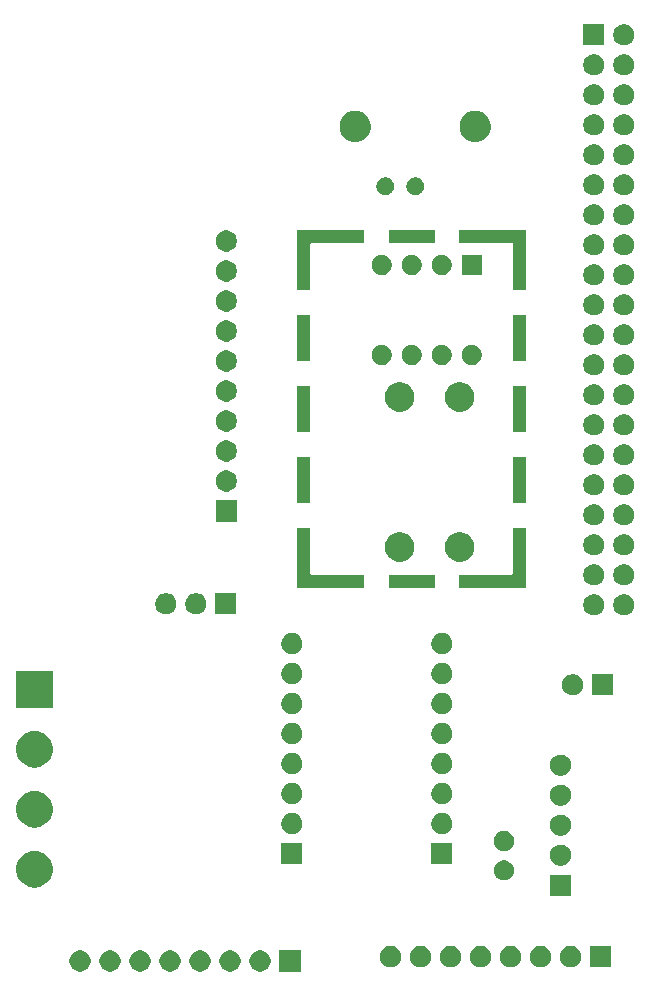
<source format=gts>
G04 #@! TF.GenerationSoftware,KiCad,Pcbnew,(5.1.5)-3*
G04 #@! TF.CreationDate,2020-07-21T16:33:31-04:00*
G04 #@! TF.ProjectId,full_project,66756c6c-5f70-4726-9f6a-6563742e6b69,rev?*
G04 #@! TF.SameCoordinates,Original*
G04 #@! TF.FileFunction,Soldermask,Top*
G04 #@! TF.FilePolarity,Negative*
%FSLAX46Y46*%
G04 Gerber Fmt 4.6, Leading zero omitted, Abs format (unit mm)*
G04 Created by KiCad (PCBNEW (5.1.5)-3) date 2020-07-21 16:33:31*
%MOMM*%
%LPD*%
G04 APERTURE LIST*
%ADD10C,0.100000*%
G04 APERTURE END LIST*
D10*
G36*
X149872000Y-128155000D02*
G01*
X148070000Y-128155000D01*
X148070000Y-126353000D01*
X149872000Y-126353000D01*
X149872000Y-128155000D01*
G37*
G36*
X146544512Y-126357927D02*
G01*
X146693812Y-126387624D01*
X146857784Y-126455544D01*
X147005354Y-126554147D01*
X147130853Y-126679646D01*
X147229456Y-126827216D01*
X147297376Y-126991188D01*
X147332000Y-127165259D01*
X147332000Y-127342741D01*
X147297376Y-127516812D01*
X147229456Y-127680784D01*
X147130853Y-127828354D01*
X147005354Y-127953853D01*
X146857784Y-128052456D01*
X146693812Y-128120376D01*
X146544512Y-128150073D01*
X146519742Y-128155000D01*
X146342258Y-128155000D01*
X146317488Y-128150073D01*
X146168188Y-128120376D01*
X146004216Y-128052456D01*
X145856646Y-127953853D01*
X145731147Y-127828354D01*
X145632544Y-127680784D01*
X145564624Y-127516812D01*
X145530000Y-127342741D01*
X145530000Y-127165259D01*
X145564624Y-126991188D01*
X145632544Y-126827216D01*
X145731147Y-126679646D01*
X145856646Y-126554147D01*
X146004216Y-126455544D01*
X146168188Y-126387624D01*
X146317488Y-126357927D01*
X146342258Y-126353000D01*
X146519742Y-126353000D01*
X146544512Y-126357927D01*
G37*
G36*
X131304512Y-126357927D02*
G01*
X131453812Y-126387624D01*
X131617784Y-126455544D01*
X131765354Y-126554147D01*
X131890853Y-126679646D01*
X131989456Y-126827216D01*
X132057376Y-126991188D01*
X132092000Y-127165259D01*
X132092000Y-127342741D01*
X132057376Y-127516812D01*
X131989456Y-127680784D01*
X131890853Y-127828354D01*
X131765354Y-127953853D01*
X131617784Y-128052456D01*
X131453812Y-128120376D01*
X131304512Y-128150073D01*
X131279742Y-128155000D01*
X131102258Y-128155000D01*
X131077488Y-128150073D01*
X130928188Y-128120376D01*
X130764216Y-128052456D01*
X130616646Y-127953853D01*
X130491147Y-127828354D01*
X130392544Y-127680784D01*
X130324624Y-127516812D01*
X130290000Y-127342741D01*
X130290000Y-127165259D01*
X130324624Y-126991188D01*
X130392544Y-126827216D01*
X130491147Y-126679646D01*
X130616646Y-126554147D01*
X130764216Y-126455544D01*
X130928188Y-126387624D01*
X131077488Y-126357927D01*
X131102258Y-126353000D01*
X131279742Y-126353000D01*
X131304512Y-126357927D01*
G37*
G36*
X133844512Y-126357927D02*
G01*
X133993812Y-126387624D01*
X134157784Y-126455544D01*
X134305354Y-126554147D01*
X134430853Y-126679646D01*
X134529456Y-126827216D01*
X134597376Y-126991188D01*
X134632000Y-127165259D01*
X134632000Y-127342741D01*
X134597376Y-127516812D01*
X134529456Y-127680784D01*
X134430853Y-127828354D01*
X134305354Y-127953853D01*
X134157784Y-128052456D01*
X133993812Y-128120376D01*
X133844512Y-128150073D01*
X133819742Y-128155000D01*
X133642258Y-128155000D01*
X133617488Y-128150073D01*
X133468188Y-128120376D01*
X133304216Y-128052456D01*
X133156646Y-127953853D01*
X133031147Y-127828354D01*
X132932544Y-127680784D01*
X132864624Y-127516812D01*
X132830000Y-127342741D01*
X132830000Y-127165259D01*
X132864624Y-126991188D01*
X132932544Y-126827216D01*
X133031147Y-126679646D01*
X133156646Y-126554147D01*
X133304216Y-126455544D01*
X133468188Y-126387624D01*
X133617488Y-126357927D01*
X133642258Y-126353000D01*
X133819742Y-126353000D01*
X133844512Y-126357927D01*
G37*
G36*
X136384512Y-126357927D02*
G01*
X136533812Y-126387624D01*
X136697784Y-126455544D01*
X136845354Y-126554147D01*
X136970853Y-126679646D01*
X137069456Y-126827216D01*
X137137376Y-126991188D01*
X137172000Y-127165259D01*
X137172000Y-127342741D01*
X137137376Y-127516812D01*
X137069456Y-127680784D01*
X136970853Y-127828354D01*
X136845354Y-127953853D01*
X136697784Y-128052456D01*
X136533812Y-128120376D01*
X136384512Y-128150073D01*
X136359742Y-128155000D01*
X136182258Y-128155000D01*
X136157488Y-128150073D01*
X136008188Y-128120376D01*
X135844216Y-128052456D01*
X135696646Y-127953853D01*
X135571147Y-127828354D01*
X135472544Y-127680784D01*
X135404624Y-127516812D01*
X135370000Y-127342741D01*
X135370000Y-127165259D01*
X135404624Y-126991188D01*
X135472544Y-126827216D01*
X135571147Y-126679646D01*
X135696646Y-126554147D01*
X135844216Y-126455544D01*
X136008188Y-126387624D01*
X136157488Y-126357927D01*
X136182258Y-126353000D01*
X136359742Y-126353000D01*
X136384512Y-126357927D01*
G37*
G36*
X141464512Y-126357927D02*
G01*
X141613812Y-126387624D01*
X141777784Y-126455544D01*
X141925354Y-126554147D01*
X142050853Y-126679646D01*
X142149456Y-126827216D01*
X142217376Y-126991188D01*
X142252000Y-127165259D01*
X142252000Y-127342741D01*
X142217376Y-127516812D01*
X142149456Y-127680784D01*
X142050853Y-127828354D01*
X141925354Y-127953853D01*
X141777784Y-128052456D01*
X141613812Y-128120376D01*
X141464512Y-128150073D01*
X141439742Y-128155000D01*
X141262258Y-128155000D01*
X141237488Y-128150073D01*
X141088188Y-128120376D01*
X140924216Y-128052456D01*
X140776646Y-127953853D01*
X140651147Y-127828354D01*
X140552544Y-127680784D01*
X140484624Y-127516812D01*
X140450000Y-127342741D01*
X140450000Y-127165259D01*
X140484624Y-126991188D01*
X140552544Y-126827216D01*
X140651147Y-126679646D01*
X140776646Y-126554147D01*
X140924216Y-126455544D01*
X141088188Y-126387624D01*
X141237488Y-126357927D01*
X141262258Y-126353000D01*
X141439742Y-126353000D01*
X141464512Y-126357927D01*
G37*
G36*
X138924512Y-126357927D02*
G01*
X139073812Y-126387624D01*
X139237784Y-126455544D01*
X139385354Y-126554147D01*
X139510853Y-126679646D01*
X139609456Y-126827216D01*
X139677376Y-126991188D01*
X139712000Y-127165259D01*
X139712000Y-127342741D01*
X139677376Y-127516812D01*
X139609456Y-127680784D01*
X139510853Y-127828354D01*
X139385354Y-127953853D01*
X139237784Y-128052456D01*
X139073812Y-128120376D01*
X138924512Y-128150073D01*
X138899742Y-128155000D01*
X138722258Y-128155000D01*
X138697488Y-128150073D01*
X138548188Y-128120376D01*
X138384216Y-128052456D01*
X138236646Y-127953853D01*
X138111147Y-127828354D01*
X138012544Y-127680784D01*
X137944624Y-127516812D01*
X137910000Y-127342741D01*
X137910000Y-127165259D01*
X137944624Y-126991188D01*
X138012544Y-126827216D01*
X138111147Y-126679646D01*
X138236646Y-126554147D01*
X138384216Y-126455544D01*
X138548188Y-126387624D01*
X138697488Y-126357927D01*
X138722258Y-126353000D01*
X138899742Y-126353000D01*
X138924512Y-126357927D01*
G37*
G36*
X144004512Y-126357927D02*
G01*
X144153812Y-126387624D01*
X144317784Y-126455544D01*
X144465354Y-126554147D01*
X144590853Y-126679646D01*
X144689456Y-126827216D01*
X144757376Y-126991188D01*
X144792000Y-127165259D01*
X144792000Y-127342741D01*
X144757376Y-127516812D01*
X144689456Y-127680784D01*
X144590853Y-127828354D01*
X144465354Y-127953853D01*
X144317784Y-128052456D01*
X144153812Y-128120376D01*
X144004512Y-128150073D01*
X143979742Y-128155000D01*
X143802258Y-128155000D01*
X143777488Y-128150073D01*
X143628188Y-128120376D01*
X143464216Y-128052456D01*
X143316646Y-127953853D01*
X143191147Y-127828354D01*
X143092544Y-127680784D01*
X143024624Y-127516812D01*
X142990000Y-127342741D01*
X142990000Y-127165259D01*
X143024624Y-126991188D01*
X143092544Y-126827216D01*
X143191147Y-126679646D01*
X143316646Y-126554147D01*
X143464216Y-126455544D01*
X143628188Y-126387624D01*
X143777488Y-126357927D01*
X143802258Y-126353000D01*
X143979742Y-126353000D01*
X144004512Y-126357927D01*
G37*
G36*
X167753512Y-125976927D02*
G01*
X167902812Y-126006624D01*
X168066784Y-126074544D01*
X168214354Y-126173147D01*
X168339853Y-126298646D01*
X168438456Y-126446216D01*
X168506376Y-126610188D01*
X168541000Y-126784259D01*
X168541000Y-126961741D01*
X168506376Y-127135812D01*
X168438456Y-127299784D01*
X168339853Y-127447354D01*
X168214354Y-127572853D01*
X168066784Y-127671456D01*
X167902812Y-127739376D01*
X167753512Y-127769073D01*
X167728742Y-127774000D01*
X167551258Y-127774000D01*
X167526488Y-127769073D01*
X167377188Y-127739376D01*
X167213216Y-127671456D01*
X167065646Y-127572853D01*
X166940147Y-127447354D01*
X166841544Y-127299784D01*
X166773624Y-127135812D01*
X166739000Y-126961741D01*
X166739000Y-126784259D01*
X166773624Y-126610188D01*
X166841544Y-126446216D01*
X166940147Y-126298646D01*
X167065646Y-126173147D01*
X167213216Y-126074544D01*
X167377188Y-126006624D01*
X167526488Y-125976927D01*
X167551258Y-125972000D01*
X167728742Y-125972000D01*
X167753512Y-125976927D01*
G37*
G36*
X176161000Y-127774000D02*
G01*
X174359000Y-127774000D01*
X174359000Y-125972000D01*
X176161000Y-125972000D01*
X176161000Y-127774000D01*
G37*
G36*
X172833512Y-125976927D02*
G01*
X172982812Y-126006624D01*
X173146784Y-126074544D01*
X173294354Y-126173147D01*
X173419853Y-126298646D01*
X173518456Y-126446216D01*
X173586376Y-126610188D01*
X173621000Y-126784259D01*
X173621000Y-126961741D01*
X173586376Y-127135812D01*
X173518456Y-127299784D01*
X173419853Y-127447354D01*
X173294354Y-127572853D01*
X173146784Y-127671456D01*
X172982812Y-127739376D01*
X172833512Y-127769073D01*
X172808742Y-127774000D01*
X172631258Y-127774000D01*
X172606488Y-127769073D01*
X172457188Y-127739376D01*
X172293216Y-127671456D01*
X172145646Y-127572853D01*
X172020147Y-127447354D01*
X171921544Y-127299784D01*
X171853624Y-127135812D01*
X171819000Y-126961741D01*
X171819000Y-126784259D01*
X171853624Y-126610188D01*
X171921544Y-126446216D01*
X172020147Y-126298646D01*
X172145646Y-126173147D01*
X172293216Y-126074544D01*
X172457188Y-126006624D01*
X172606488Y-125976927D01*
X172631258Y-125972000D01*
X172808742Y-125972000D01*
X172833512Y-125976927D01*
G37*
G36*
X157593512Y-125976927D02*
G01*
X157742812Y-126006624D01*
X157906784Y-126074544D01*
X158054354Y-126173147D01*
X158179853Y-126298646D01*
X158278456Y-126446216D01*
X158346376Y-126610188D01*
X158381000Y-126784259D01*
X158381000Y-126961741D01*
X158346376Y-127135812D01*
X158278456Y-127299784D01*
X158179853Y-127447354D01*
X158054354Y-127572853D01*
X157906784Y-127671456D01*
X157742812Y-127739376D01*
X157593512Y-127769073D01*
X157568742Y-127774000D01*
X157391258Y-127774000D01*
X157366488Y-127769073D01*
X157217188Y-127739376D01*
X157053216Y-127671456D01*
X156905646Y-127572853D01*
X156780147Y-127447354D01*
X156681544Y-127299784D01*
X156613624Y-127135812D01*
X156579000Y-126961741D01*
X156579000Y-126784259D01*
X156613624Y-126610188D01*
X156681544Y-126446216D01*
X156780147Y-126298646D01*
X156905646Y-126173147D01*
X157053216Y-126074544D01*
X157217188Y-126006624D01*
X157366488Y-125976927D01*
X157391258Y-125972000D01*
X157568742Y-125972000D01*
X157593512Y-125976927D01*
G37*
G36*
X160133512Y-125976927D02*
G01*
X160282812Y-126006624D01*
X160446784Y-126074544D01*
X160594354Y-126173147D01*
X160719853Y-126298646D01*
X160818456Y-126446216D01*
X160886376Y-126610188D01*
X160921000Y-126784259D01*
X160921000Y-126961741D01*
X160886376Y-127135812D01*
X160818456Y-127299784D01*
X160719853Y-127447354D01*
X160594354Y-127572853D01*
X160446784Y-127671456D01*
X160282812Y-127739376D01*
X160133512Y-127769073D01*
X160108742Y-127774000D01*
X159931258Y-127774000D01*
X159906488Y-127769073D01*
X159757188Y-127739376D01*
X159593216Y-127671456D01*
X159445646Y-127572853D01*
X159320147Y-127447354D01*
X159221544Y-127299784D01*
X159153624Y-127135812D01*
X159119000Y-126961741D01*
X159119000Y-126784259D01*
X159153624Y-126610188D01*
X159221544Y-126446216D01*
X159320147Y-126298646D01*
X159445646Y-126173147D01*
X159593216Y-126074544D01*
X159757188Y-126006624D01*
X159906488Y-125976927D01*
X159931258Y-125972000D01*
X160108742Y-125972000D01*
X160133512Y-125976927D01*
G37*
G36*
X162673512Y-125976927D02*
G01*
X162822812Y-126006624D01*
X162986784Y-126074544D01*
X163134354Y-126173147D01*
X163259853Y-126298646D01*
X163358456Y-126446216D01*
X163426376Y-126610188D01*
X163461000Y-126784259D01*
X163461000Y-126961741D01*
X163426376Y-127135812D01*
X163358456Y-127299784D01*
X163259853Y-127447354D01*
X163134354Y-127572853D01*
X162986784Y-127671456D01*
X162822812Y-127739376D01*
X162673512Y-127769073D01*
X162648742Y-127774000D01*
X162471258Y-127774000D01*
X162446488Y-127769073D01*
X162297188Y-127739376D01*
X162133216Y-127671456D01*
X161985646Y-127572853D01*
X161860147Y-127447354D01*
X161761544Y-127299784D01*
X161693624Y-127135812D01*
X161659000Y-126961741D01*
X161659000Y-126784259D01*
X161693624Y-126610188D01*
X161761544Y-126446216D01*
X161860147Y-126298646D01*
X161985646Y-126173147D01*
X162133216Y-126074544D01*
X162297188Y-126006624D01*
X162446488Y-125976927D01*
X162471258Y-125972000D01*
X162648742Y-125972000D01*
X162673512Y-125976927D01*
G37*
G36*
X165213512Y-125976927D02*
G01*
X165362812Y-126006624D01*
X165526784Y-126074544D01*
X165674354Y-126173147D01*
X165799853Y-126298646D01*
X165898456Y-126446216D01*
X165966376Y-126610188D01*
X166001000Y-126784259D01*
X166001000Y-126961741D01*
X165966376Y-127135812D01*
X165898456Y-127299784D01*
X165799853Y-127447354D01*
X165674354Y-127572853D01*
X165526784Y-127671456D01*
X165362812Y-127739376D01*
X165213512Y-127769073D01*
X165188742Y-127774000D01*
X165011258Y-127774000D01*
X164986488Y-127769073D01*
X164837188Y-127739376D01*
X164673216Y-127671456D01*
X164525646Y-127572853D01*
X164400147Y-127447354D01*
X164301544Y-127299784D01*
X164233624Y-127135812D01*
X164199000Y-126961741D01*
X164199000Y-126784259D01*
X164233624Y-126610188D01*
X164301544Y-126446216D01*
X164400147Y-126298646D01*
X164525646Y-126173147D01*
X164673216Y-126074544D01*
X164837188Y-126006624D01*
X164986488Y-125976927D01*
X165011258Y-125972000D01*
X165188742Y-125972000D01*
X165213512Y-125976927D01*
G37*
G36*
X170293512Y-125976927D02*
G01*
X170442812Y-126006624D01*
X170606784Y-126074544D01*
X170754354Y-126173147D01*
X170879853Y-126298646D01*
X170978456Y-126446216D01*
X171046376Y-126610188D01*
X171081000Y-126784259D01*
X171081000Y-126961741D01*
X171046376Y-127135812D01*
X170978456Y-127299784D01*
X170879853Y-127447354D01*
X170754354Y-127572853D01*
X170606784Y-127671456D01*
X170442812Y-127739376D01*
X170293512Y-127769073D01*
X170268742Y-127774000D01*
X170091258Y-127774000D01*
X170066488Y-127769073D01*
X169917188Y-127739376D01*
X169753216Y-127671456D01*
X169605646Y-127572853D01*
X169480147Y-127447354D01*
X169381544Y-127299784D01*
X169313624Y-127135812D01*
X169279000Y-126961741D01*
X169279000Y-126784259D01*
X169313624Y-126610188D01*
X169381544Y-126446216D01*
X169480147Y-126298646D01*
X169605646Y-126173147D01*
X169753216Y-126074544D01*
X169917188Y-126006624D01*
X170066488Y-125976927D01*
X170091258Y-125972000D01*
X170268742Y-125972000D01*
X170293512Y-125976927D01*
G37*
G36*
X172782800Y-121728800D02*
G01*
X170980800Y-121728800D01*
X170980800Y-119926800D01*
X172782800Y-119926800D01*
X172782800Y-121728800D01*
G37*
G36*
X127632785Y-117960402D02*
G01*
X127782610Y-117990204D01*
X128064874Y-118107121D01*
X128318905Y-118276859D01*
X128534941Y-118492895D01*
X128704679Y-118746926D01*
X128821596Y-119029190D01*
X128881200Y-119328840D01*
X128881200Y-119634360D01*
X128821596Y-119934010D01*
X128704679Y-120216274D01*
X128534941Y-120470305D01*
X128318905Y-120686341D01*
X128064874Y-120856079D01*
X127782610Y-120972996D01*
X127632785Y-121002798D01*
X127482961Y-121032600D01*
X127177439Y-121032600D01*
X127027615Y-121002798D01*
X126877790Y-120972996D01*
X126595526Y-120856079D01*
X126341495Y-120686341D01*
X126125459Y-120470305D01*
X125955721Y-120216274D01*
X125838804Y-119934010D01*
X125779200Y-119634360D01*
X125779200Y-119328840D01*
X125838804Y-119029190D01*
X125955721Y-118746926D01*
X126125459Y-118492895D01*
X126341495Y-118276859D01*
X126595526Y-118107121D01*
X126877790Y-117990204D01*
X127027615Y-117960402D01*
X127177439Y-117930600D01*
X127482961Y-117930600D01*
X127632785Y-117960402D01*
G37*
G36*
X167329428Y-118764903D02*
G01*
X167484300Y-118829053D01*
X167623681Y-118922185D01*
X167742215Y-119040719D01*
X167835347Y-119180100D01*
X167899497Y-119334972D01*
X167932200Y-119499384D01*
X167932200Y-119667016D01*
X167899497Y-119831428D01*
X167835347Y-119986300D01*
X167742215Y-120125681D01*
X167623681Y-120244215D01*
X167484300Y-120337347D01*
X167329428Y-120401497D01*
X167165016Y-120434200D01*
X166997384Y-120434200D01*
X166832972Y-120401497D01*
X166678100Y-120337347D01*
X166538719Y-120244215D01*
X166420185Y-120125681D01*
X166327053Y-119986300D01*
X166262903Y-119831428D01*
X166230200Y-119667016D01*
X166230200Y-119499384D01*
X166262903Y-119334972D01*
X166327053Y-119180100D01*
X166420185Y-119040719D01*
X166538719Y-118922185D01*
X166678100Y-118829053D01*
X166832972Y-118764903D01*
X166997384Y-118732200D01*
X167165016Y-118732200D01*
X167329428Y-118764903D01*
G37*
G36*
X171995312Y-117391727D02*
G01*
X172144612Y-117421424D01*
X172308584Y-117489344D01*
X172456154Y-117587947D01*
X172581653Y-117713446D01*
X172680256Y-117861016D01*
X172748176Y-118024988D01*
X172782800Y-118199059D01*
X172782800Y-118376541D01*
X172748176Y-118550612D01*
X172680256Y-118714584D01*
X172581653Y-118862154D01*
X172456154Y-118987653D01*
X172308584Y-119086256D01*
X172144612Y-119154176D01*
X171995312Y-119183873D01*
X171970542Y-119188800D01*
X171793058Y-119188800D01*
X171768288Y-119183873D01*
X171618988Y-119154176D01*
X171455016Y-119086256D01*
X171307446Y-118987653D01*
X171181947Y-118862154D01*
X171083344Y-118714584D01*
X171015424Y-118550612D01*
X170980800Y-118376541D01*
X170980800Y-118199059D01*
X171015424Y-118024988D01*
X171083344Y-117861016D01*
X171181947Y-117713446D01*
X171307446Y-117587947D01*
X171455016Y-117489344D01*
X171618988Y-117421424D01*
X171768288Y-117391727D01*
X171793058Y-117386800D01*
X171970542Y-117386800D01*
X171995312Y-117391727D01*
G37*
G36*
X150024400Y-119061800D02*
G01*
X148222400Y-119061800D01*
X148222400Y-117259800D01*
X150024400Y-117259800D01*
X150024400Y-119061800D01*
G37*
G36*
X162724400Y-119061800D02*
G01*
X160922400Y-119061800D01*
X160922400Y-117259800D01*
X162724400Y-117259800D01*
X162724400Y-119061800D01*
G37*
G36*
X167329428Y-116264903D02*
G01*
X167484300Y-116329053D01*
X167623681Y-116422185D01*
X167742215Y-116540719D01*
X167835347Y-116680100D01*
X167899497Y-116834972D01*
X167932200Y-116999384D01*
X167932200Y-117167016D01*
X167899497Y-117331428D01*
X167835347Y-117486300D01*
X167742215Y-117625681D01*
X167623681Y-117744215D01*
X167484300Y-117837347D01*
X167329428Y-117901497D01*
X167165016Y-117934200D01*
X166997384Y-117934200D01*
X166832972Y-117901497D01*
X166678100Y-117837347D01*
X166538719Y-117744215D01*
X166420185Y-117625681D01*
X166327053Y-117486300D01*
X166262903Y-117331428D01*
X166230200Y-117167016D01*
X166230200Y-116999384D01*
X166262903Y-116834972D01*
X166327053Y-116680100D01*
X166420185Y-116540719D01*
X166538719Y-116422185D01*
X166678100Y-116329053D01*
X166832972Y-116264903D01*
X166997384Y-116232200D01*
X167165016Y-116232200D01*
X167329428Y-116264903D01*
G37*
G36*
X171995312Y-114851727D02*
G01*
X172144612Y-114881424D01*
X172308584Y-114949344D01*
X172456154Y-115047947D01*
X172581653Y-115173446D01*
X172680256Y-115321016D01*
X172748176Y-115484988D01*
X172782800Y-115659059D01*
X172782800Y-115836541D01*
X172748176Y-116010612D01*
X172680256Y-116174584D01*
X172581653Y-116322154D01*
X172456154Y-116447653D01*
X172308584Y-116546256D01*
X172144612Y-116614176D01*
X171995312Y-116643873D01*
X171970542Y-116648800D01*
X171793058Y-116648800D01*
X171768288Y-116643873D01*
X171618988Y-116614176D01*
X171455016Y-116546256D01*
X171307446Y-116447653D01*
X171181947Y-116322154D01*
X171083344Y-116174584D01*
X171015424Y-116010612D01*
X170980800Y-115836541D01*
X170980800Y-115659059D01*
X171015424Y-115484988D01*
X171083344Y-115321016D01*
X171181947Y-115173446D01*
X171307446Y-115047947D01*
X171455016Y-114949344D01*
X171618988Y-114881424D01*
X171768288Y-114851727D01*
X171793058Y-114846800D01*
X171970542Y-114846800D01*
X171995312Y-114851727D01*
G37*
G36*
X161936912Y-114724727D02*
G01*
X162086212Y-114754424D01*
X162250184Y-114822344D01*
X162397754Y-114920947D01*
X162523253Y-115046446D01*
X162621856Y-115194016D01*
X162689776Y-115357988D01*
X162724400Y-115532059D01*
X162724400Y-115709541D01*
X162689776Y-115883612D01*
X162621856Y-116047584D01*
X162523253Y-116195154D01*
X162397754Y-116320653D01*
X162250184Y-116419256D01*
X162086212Y-116487176D01*
X161936912Y-116516873D01*
X161912142Y-116521800D01*
X161734658Y-116521800D01*
X161709888Y-116516873D01*
X161560588Y-116487176D01*
X161396616Y-116419256D01*
X161249046Y-116320653D01*
X161123547Y-116195154D01*
X161024944Y-116047584D01*
X160957024Y-115883612D01*
X160922400Y-115709541D01*
X160922400Y-115532059D01*
X160957024Y-115357988D01*
X161024944Y-115194016D01*
X161123547Y-115046446D01*
X161249046Y-114920947D01*
X161396616Y-114822344D01*
X161560588Y-114754424D01*
X161709888Y-114724727D01*
X161734658Y-114719800D01*
X161912142Y-114719800D01*
X161936912Y-114724727D01*
G37*
G36*
X149236912Y-114724727D02*
G01*
X149386212Y-114754424D01*
X149550184Y-114822344D01*
X149697754Y-114920947D01*
X149823253Y-115046446D01*
X149921856Y-115194016D01*
X149989776Y-115357988D01*
X150024400Y-115532059D01*
X150024400Y-115709541D01*
X149989776Y-115883612D01*
X149921856Y-116047584D01*
X149823253Y-116195154D01*
X149697754Y-116320653D01*
X149550184Y-116419256D01*
X149386212Y-116487176D01*
X149236912Y-116516873D01*
X149212142Y-116521800D01*
X149034658Y-116521800D01*
X149009888Y-116516873D01*
X148860588Y-116487176D01*
X148696616Y-116419256D01*
X148549046Y-116320653D01*
X148423547Y-116195154D01*
X148324944Y-116047584D01*
X148257024Y-115883612D01*
X148222400Y-115709541D01*
X148222400Y-115532059D01*
X148257024Y-115357988D01*
X148324944Y-115194016D01*
X148423547Y-115046446D01*
X148549046Y-114920947D01*
X148696616Y-114822344D01*
X148860588Y-114754424D01*
X149009888Y-114724727D01*
X149034658Y-114719800D01*
X149212142Y-114719800D01*
X149236912Y-114724727D01*
G37*
G36*
X127632785Y-112880402D02*
G01*
X127782610Y-112910204D01*
X128064874Y-113027121D01*
X128318905Y-113196859D01*
X128534941Y-113412895D01*
X128704679Y-113666926D01*
X128821596Y-113949190D01*
X128881200Y-114248840D01*
X128881200Y-114554360D01*
X128821596Y-114854010D01*
X128704679Y-115136274D01*
X128534941Y-115390305D01*
X128318905Y-115606341D01*
X128064874Y-115776079D01*
X127782610Y-115892996D01*
X127632785Y-115922798D01*
X127482961Y-115952600D01*
X127177439Y-115952600D01*
X127027615Y-115922798D01*
X126877790Y-115892996D01*
X126595526Y-115776079D01*
X126341495Y-115606341D01*
X126125459Y-115390305D01*
X125955721Y-115136274D01*
X125838804Y-114854010D01*
X125779200Y-114554360D01*
X125779200Y-114248840D01*
X125838804Y-113949190D01*
X125955721Y-113666926D01*
X126125459Y-113412895D01*
X126341495Y-113196859D01*
X126595526Y-113027121D01*
X126877790Y-112910204D01*
X127027615Y-112880402D01*
X127177439Y-112850600D01*
X127482961Y-112850600D01*
X127632785Y-112880402D01*
G37*
G36*
X171995312Y-112311727D02*
G01*
X172144612Y-112341424D01*
X172308584Y-112409344D01*
X172456154Y-112507947D01*
X172581653Y-112633446D01*
X172680256Y-112781016D01*
X172748176Y-112944988D01*
X172782800Y-113119059D01*
X172782800Y-113296541D01*
X172748176Y-113470612D01*
X172680256Y-113634584D01*
X172581653Y-113782154D01*
X172456154Y-113907653D01*
X172308584Y-114006256D01*
X172144612Y-114074176D01*
X171995312Y-114103873D01*
X171970542Y-114108800D01*
X171793058Y-114108800D01*
X171768288Y-114103873D01*
X171618988Y-114074176D01*
X171455016Y-114006256D01*
X171307446Y-113907653D01*
X171181947Y-113782154D01*
X171083344Y-113634584D01*
X171015424Y-113470612D01*
X170980800Y-113296541D01*
X170980800Y-113119059D01*
X171015424Y-112944988D01*
X171083344Y-112781016D01*
X171181947Y-112633446D01*
X171307446Y-112507947D01*
X171455016Y-112409344D01*
X171618988Y-112341424D01*
X171768288Y-112311727D01*
X171793058Y-112306800D01*
X171970542Y-112306800D01*
X171995312Y-112311727D01*
G37*
G36*
X161936912Y-112184727D02*
G01*
X162086212Y-112214424D01*
X162250184Y-112282344D01*
X162397754Y-112380947D01*
X162523253Y-112506446D01*
X162621856Y-112654016D01*
X162689776Y-112817988D01*
X162724400Y-112992059D01*
X162724400Y-113169541D01*
X162689776Y-113343612D01*
X162621856Y-113507584D01*
X162523253Y-113655154D01*
X162397754Y-113780653D01*
X162250184Y-113879256D01*
X162086212Y-113947176D01*
X161936912Y-113976873D01*
X161912142Y-113981800D01*
X161734658Y-113981800D01*
X161709888Y-113976873D01*
X161560588Y-113947176D01*
X161396616Y-113879256D01*
X161249046Y-113780653D01*
X161123547Y-113655154D01*
X161024944Y-113507584D01*
X160957024Y-113343612D01*
X160922400Y-113169541D01*
X160922400Y-112992059D01*
X160957024Y-112817988D01*
X161024944Y-112654016D01*
X161123547Y-112506446D01*
X161249046Y-112380947D01*
X161396616Y-112282344D01*
X161560588Y-112214424D01*
X161709888Y-112184727D01*
X161734658Y-112179800D01*
X161912142Y-112179800D01*
X161936912Y-112184727D01*
G37*
G36*
X149236912Y-112184727D02*
G01*
X149386212Y-112214424D01*
X149550184Y-112282344D01*
X149697754Y-112380947D01*
X149823253Y-112506446D01*
X149921856Y-112654016D01*
X149989776Y-112817988D01*
X150024400Y-112992059D01*
X150024400Y-113169541D01*
X149989776Y-113343612D01*
X149921856Y-113507584D01*
X149823253Y-113655154D01*
X149697754Y-113780653D01*
X149550184Y-113879256D01*
X149386212Y-113947176D01*
X149236912Y-113976873D01*
X149212142Y-113981800D01*
X149034658Y-113981800D01*
X149009888Y-113976873D01*
X148860588Y-113947176D01*
X148696616Y-113879256D01*
X148549046Y-113780653D01*
X148423547Y-113655154D01*
X148324944Y-113507584D01*
X148257024Y-113343612D01*
X148222400Y-113169541D01*
X148222400Y-112992059D01*
X148257024Y-112817988D01*
X148324944Y-112654016D01*
X148423547Y-112506446D01*
X148549046Y-112380947D01*
X148696616Y-112282344D01*
X148860588Y-112214424D01*
X149009888Y-112184727D01*
X149034658Y-112179800D01*
X149212142Y-112179800D01*
X149236912Y-112184727D01*
G37*
G36*
X171995312Y-109771727D02*
G01*
X172144612Y-109801424D01*
X172308584Y-109869344D01*
X172456154Y-109967947D01*
X172581653Y-110093446D01*
X172680256Y-110241016D01*
X172748176Y-110404988D01*
X172782800Y-110579059D01*
X172782800Y-110756541D01*
X172748176Y-110930612D01*
X172680256Y-111094584D01*
X172581653Y-111242154D01*
X172456154Y-111367653D01*
X172308584Y-111466256D01*
X172144612Y-111534176D01*
X171995312Y-111563873D01*
X171970542Y-111568800D01*
X171793058Y-111568800D01*
X171768288Y-111563873D01*
X171618988Y-111534176D01*
X171455016Y-111466256D01*
X171307446Y-111367653D01*
X171181947Y-111242154D01*
X171083344Y-111094584D01*
X171015424Y-110930612D01*
X170980800Y-110756541D01*
X170980800Y-110579059D01*
X171015424Y-110404988D01*
X171083344Y-110241016D01*
X171181947Y-110093446D01*
X171307446Y-109967947D01*
X171455016Y-109869344D01*
X171618988Y-109801424D01*
X171768288Y-109771727D01*
X171793058Y-109766800D01*
X171970542Y-109766800D01*
X171995312Y-109771727D01*
G37*
G36*
X149236912Y-109644727D02*
G01*
X149386212Y-109674424D01*
X149550184Y-109742344D01*
X149697754Y-109840947D01*
X149823253Y-109966446D01*
X149921856Y-110114016D01*
X149989776Y-110277988D01*
X150024400Y-110452059D01*
X150024400Y-110629541D01*
X149989776Y-110803612D01*
X149921856Y-110967584D01*
X149823253Y-111115154D01*
X149697754Y-111240653D01*
X149550184Y-111339256D01*
X149386212Y-111407176D01*
X149236912Y-111436873D01*
X149212142Y-111441800D01*
X149034658Y-111441800D01*
X149009888Y-111436873D01*
X148860588Y-111407176D01*
X148696616Y-111339256D01*
X148549046Y-111240653D01*
X148423547Y-111115154D01*
X148324944Y-110967584D01*
X148257024Y-110803612D01*
X148222400Y-110629541D01*
X148222400Y-110452059D01*
X148257024Y-110277988D01*
X148324944Y-110114016D01*
X148423547Y-109966446D01*
X148549046Y-109840947D01*
X148696616Y-109742344D01*
X148860588Y-109674424D01*
X149009888Y-109644727D01*
X149034658Y-109639800D01*
X149212142Y-109639800D01*
X149236912Y-109644727D01*
G37*
G36*
X161936912Y-109644727D02*
G01*
X162086212Y-109674424D01*
X162250184Y-109742344D01*
X162397754Y-109840947D01*
X162523253Y-109966446D01*
X162621856Y-110114016D01*
X162689776Y-110277988D01*
X162724400Y-110452059D01*
X162724400Y-110629541D01*
X162689776Y-110803612D01*
X162621856Y-110967584D01*
X162523253Y-111115154D01*
X162397754Y-111240653D01*
X162250184Y-111339256D01*
X162086212Y-111407176D01*
X161936912Y-111436873D01*
X161912142Y-111441800D01*
X161734658Y-111441800D01*
X161709888Y-111436873D01*
X161560588Y-111407176D01*
X161396616Y-111339256D01*
X161249046Y-111240653D01*
X161123547Y-111115154D01*
X161024944Y-110967584D01*
X160957024Y-110803612D01*
X160922400Y-110629541D01*
X160922400Y-110452059D01*
X160957024Y-110277988D01*
X161024944Y-110114016D01*
X161123547Y-109966446D01*
X161249046Y-109840947D01*
X161396616Y-109742344D01*
X161560588Y-109674424D01*
X161709888Y-109644727D01*
X161734658Y-109639800D01*
X161912142Y-109639800D01*
X161936912Y-109644727D01*
G37*
G36*
X127632785Y-107800402D02*
G01*
X127782610Y-107830204D01*
X128064874Y-107947121D01*
X128318905Y-108116859D01*
X128534941Y-108332895D01*
X128704679Y-108586926D01*
X128821596Y-108869190D01*
X128881200Y-109168840D01*
X128881200Y-109474360D01*
X128821596Y-109774010D01*
X128704679Y-110056274D01*
X128534941Y-110310305D01*
X128318905Y-110526341D01*
X128064874Y-110696079D01*
X127782610Y-110812996D01*
X127632785Y-110842798D01*
X127482961Y-110872600D01*
X127177439Y-110872600D01*
X127027615Y-110842798D01*
X126877790Y-110812996D01*
X126595526Y-110696079D01*
X126341495Y-110526341D01*
X126125459Y-110310305D01*
X125955721Y-110056274D01*
X125838804Y-109774010D01*
X125779200Y-109474360D01*
X125779200Y-109168840D01*
X125838804Y-108869190D01*
X125955721Y-108586926D01*
X126125459Y-108332895D01*
X126341495Y-108116859D01*
X126595526Y-107947121D01*
X126877790Y-107830204D01*
X127027615Y-107800402D01*
X127177439Y-107770600D01*
X127482961Y-107770600D01*
X127632785Y-107800402D01*
G37*
G36*
X149236912Y-107104727D02*
G01*
X149386212Y-107134424D01*
X149550184Y-107202344D01*
X149697754Y-107300947D01*
X149823253Y-107426446D01*
X149921856Y-107574016D01*
X149989776Y-107737988D01*
X150024400Y-107912059D01*
X150024400Y-108089541D01*
X149989776Y-108263612D01*
X149921856Y-108427584D01*
X149823253Y-108575154D01*
X149697754Y-108700653D01*
X149550184Y-108799256D01*
X149386212Y-108867176D01*
X149236912Y-108896873D01*
X149212142Y-108901800D01*
X149034658Y-108901800D01*
X149009888Y-108896873D01*
X148860588Y-108867176D01*
X148696616Y-108799256D01*
X148549046Y-108700653D01*
X148423547Y-108575154D01*
X148324944Y-108427584D01*
X148257024Y-108263612D01*
X148222400Y-108089541D01*
X148222400Y-107912059D01*
X148257024Y-107737988D01*
X148324944Y-107574016D01*
X148423547Y-107426446D01*
X148549046Y-107300947D01*
X148696616Y-107202344D01*
X148860588Y-107134424D01*
X149009888Y-107104727D01*
X149034658Y-107099800D01*
X149212142Y-107099800D01*
X149236912Y-107104727D01*
G37*
G36*
X161936912Y-107104727D02*
G01*
X162086212Y-107134424D01*
X162250184Y-107202344D01*
X162397754Y-107300947D01*
X162523253Y-107426446D01*
X162621856Y-107574016D01*
X162689776Y-107737988D01*
X162724400Y-107912059D01*
X162724400Y-108089541D01*
X162689776Y-108263612D01*
X162621856Y-108427584D01*
X162523253Y-108575154D01*
X162397754Y-108700653D01*
X162250184Y-108799256D01*
X162086212Y-108867176D01*
X161936912Y-108896873D01*
X161912142Y-108901800D01*
X161734658Y-108901800D01*
X161709888Y-108896873D01*
X161560588Y-108867176D01*
X161396616Y-108799256D01*
X161249046Y-108700653D01*
X161123547Y-108575154D01*
X161024944Y-108427584D01*
X160957024Y-108263612D01*
X160922400Y-108089541D01*
X160922400Y-107912059D01*
X160957024Y-107737988D01*
X161024944Y-107574016D01*
X161123547Y-107426446D01*
X161249046Y-107300947D01*
X161396616Y-107202344D01*
X161560588Y-107134424D01*
X161709888Y-107104727D01*
X161734658Y-107099800D01*
X161912142Y-107099800D01*
X161936912Y-107104727D01*
G37*
G36*
X161936912Y-104564727D02*
G01*
X162086212Y-104594424D01*
X162250184Y-104662344D01*
X162397754Y-104760947D01*
X162523253Y-104886446D01*
X162621856Y-105034016D01*
X162689776Y-105197988D01*
X162724400Y-105372059D01*
X162724400Y-105549541D01*
X162689776Y-105723612D01*
X162621856Y-105887584D01*
X162523253Y-106035154D01*
X162397754Y-106160653D01*
X162250184Y-106259256D01*
X162086212Y-106327176D01*
X161936912Y-106356873D01*
X161912142Y-106361800D01*
X161734658Y-106361800D01*
X161709888Y-106356873D01*
X161560588Y-106327176D01*
X161396616Y-106259256D01*
X161249046Y-106160653D01*
X161123547Y-106035154D01*
X161024944Y-105887584D01*
X160957024Y-105723612D01*
X160922400Y-105549541D01*
X160922400Y-105372059D01*
X160957024Y-105197988D01*
X161024944Y-105034016D01*
X161123547Y-104886446D01*
X161249046Y-104760947D01*
X161396616Y-104662344D01*
X161560588Y-104594424D01*
X161709888Y-104564727D01*
X161734658Y-104559800D01*
X161912142Y-104559800D01*
X161936912Y-104564727D01*
G37*
G36*
X149236912Y-104564727D02*
G01*
X149386212Y-104594424D01*
X149550184Y-104662344D01*
X149697754Y-104760947D01*
X149823253Y-104886446D01*
X149921856Y-105034016D01*
X149989776Y-105197988D01*
X150024400Y-105372059D01*
X150024400Y-105549541D01*
X149989776Y-105723612D01*
X149921856Y-105887584D01*
X149823253Y-106035154D01*
X149697754Y-106160653D01*
X149550184Y-106259256D01*
X149386212Y-106327176D01*
X149236912Y-106356873D01*
X149212142Y-106361800D01*
X149034658Y-106361800D01*
X149009888Y-106356873D01*
X148860588Y-106327176D01*
X148696616Y-106259256D01*
X148549046Y-106160653D01*
X148423547Y-106035154D01*
X148324944Y-105887584D01*
X148257024Y-105723612D01*
X148222400Y-105549541D01*
X148222400Y-105372059D01*
X148257024Y-105197988D01*
X148324944Y-105034016D01*
X148423547Y-104886446D01*
X148549046Y-104760947D01*
X148696616Y-104662344D01*
X148860588Y-104594424D01*
X149009888Y-104564727D01*
X149034658Y-104559800D01*
X149212142Y-104559800D01*
X149236912Y-104564727D01*
G37*
G36*
X128881200Y-105792600D02*
G01*
X125779200Y-105792600D01*
X125779200Y-102690600D01*
X128881200Y-102690600D01*
X128881200Y-105792600D01*
G37*
G36*
X176338800Y-104761600D02*
G01*
X174536800Y-104761600D01*
X174536800Y-102959600D01*
X176338800Y-102959600D01*
X176338800Y-104761600D01*
G37*
G36*
X173011312Y-102964527D02*
G01*
X173160612Y-102994224D01*
X173324584Y-103062144D01*
X173472154Y-103160747D01*
X173597653Y-103286246D01*
X173696256Y-103433816D01*
X173764176Y-103597788D01*
X173798800Y-103771859D01*
X173798800Y-103949341D01*
X173764176Y-104123412D01*
X173696256Y-104287384D01*
X173597653Y-104434954D01*
X173472154Y-104560453D01*
X173324584Y-104659056D01*
X173160612Y-104726976D01*
X173011312Y-104756673D01*
X172986542Y-104761600D01*
X172809058Y-104761600D01*
X172784288Y-104756673D01*
X172634988Y-104726976D01*
X172471016Y-104659056D01*
X172323446Y-104560453D01*
X172197947Y-104434954D01*
X172099344Y-104287384D01*
X172031424Y-104123412D01*
X171996800Y-103949341D01*
X171996800Y-103771859D01*
X172031424Y-103597788D01*
X172099344Y-103433816D01*
X172197947Y-103286246D01*
X172323446Y-103160747D01*
X172471016Y-103062144D01*
X172634988Y-102994224D01*
X172784288Y-102964527D01*
X172809058Y-102959600D01*
X172986542Y-102959600D01*
X173011312Y-102964527D01*
G37*
G36*
X161936912Y-102024727D02*
G01*
X162086212Y-102054424D01*
X162250184Y-102122344D01*
X162397754Y-102220947D01*
X162523253Y-102346446D01*
X162621856Y-102494016D01*
X162689776Y-102657988D01*
X162724400Y-102832059D01*
X162724400Y-103009541D01*
X162689776Y-103183612D01*
X162621856Y-103347584D01*
X162523253Y-103495154D01*
X162397754Y-103620653D01*
X162250184Y-103719256D01*
X162086212Y-103787176D01*
X161936912Y-103816873D01*
X161912142Y-103821800D01*
X161734658Y-103821800D01*
X161709888Y-103816873D01*
X161560588Y-103787176D01*
X161396616Y-103719256D01*
X161249046Y-103620653D01*
X161123547Y-103495154D01*
X161024944Y-103347584D01*
X160957024Y-103183612D01*
X160922400Y-103009541D01*
X160922400Y-102832059D01*
X160957024Y-102657988D01*
X161024944Y-102494016D01*
X161123547Y-102346446D01*
X161249046Y-102220947D01*
X161396616Y-102122344D01*
X161560588Y-102054424D01*
X161709888Y-102024727D01*
X161734658Y-102019800D01*
X161912142Y-102019800D01*
X161936912Y-102024727D01*
G37*
G36*
X149236912Y-102024727D02*
G01*
X149386212Y-102054424D01*
X149550184Y-102122344D01*
X149697754Y-102220947D01*
X149823253Y-102346446D01*
X149921856Y-102494016D01*
X149989776Y-102657988D01*
X150024400Y-102832059D01*
X150024400Y-103009541D01*
X149989776Y-103183612D01*
X149921856Y-103347584D01*
X149823253Y-103495154D01*
X149697754Y-103620653D01*
X149550184Y-103719256D01*
X149386212Y-103787176D01*
X149236912Y-103816873D01*
X149212142Y-103821800D01*
X149034658Y-103821800D01*
X149009888Y-103816873D01*
X148860588Y-103787176D01*
X148696616Y-103719256D01*
X148549046Y-103620653D01*
X148423547Y-103495154D01*
X148324944Y-103347584D01*
X148257024Y-103183612D01*
X148222400Y-103009541D01*
X148222400Y-102832059D01*
X148257024Y-102657988D01*
X148324944Y-102494016D01*
X148423547Y-102346446D01*
X148549046Y-102220947D01*
X148696616Y-102122344D01*
X148860588Y-102054424D01*
X149009888Y-102024727D01*
X149034658Y-102019800D01*
X149212142Y-102019800D01*
X149236912Y-102024727D01*
G37*
G36*
X161936912Y-99484727D02*
G01*
X162086212Y-99514424D01*
X162250184Y-99582344D01*
X162397754Y-99680947D01*
X162523253Y-99806446D01*
X162621856Y-99954016D01*
X162689776Y-100117988D01*
X162724400Y-100292059D01*
X162724400Y-100469541D01*
X162689776Y-100643612D01*
X162621856Y-100807584D01*
X162523253Y-100955154D01*
X162397754Y-101080653D01*
X162250184Y-101179256D01*
X162086212Y-101247176D01*
X161936912Y-101276873D01*
X161912142Y-101281800D01*
X161734658Y-101281800D01*
X161709888Y-101276873D01*
X161560588Y-101247176D01*
X161396616Y-101179256D01*
X161249046Y-101080653D01*
X161123547Y-100955154D01*
X161024944Y-100807584D01*
X160957024Y-100643612D01*
X160922400Y-100469541D01*
X160922400Y-100292059D01*
X160957024Y-100117988D01*
X161024944Y-99954016D01*
X161123547Y-99806446D01*
X161249046Y-99680947D01*
X161396616Y-99582344D01*
X161560588Y-99514424D01*
X161709888Y-99484727D01*
X161734658Y-99479800D01*
X161912142Y-99479800D01*
X161936912Y-99484727D01*
G37*
G36*
X149236912Y-99484727D02*
G01*
X149386212Y-99514424D01*
X149550184Y-99582344D01*
X149697754Y-99680947D01*
X149823253Y-99806446D01*
X149921856Y-99954016D01*
X149989776Y-100117988D01*
X150024400Y-100292059D01*
X150024400Y-100469541D01*
X149989776Y-100643612D01*
X149921856Y-100807584D01*
X149823253Y-100955154D01*
X149697754Y-101080653D01*
X149550184Y-101179256D01*
X149386212Y-101247176D01*
X149236912Y-101276873D01*
X149212142Y-101281800D01*
X149034658Y-101281800D01*
X149009888Y-101276873D01*
X148860588Y-101247176D01*
X148696616Y-101179256D01*
X148549046Y-101080653D01*
X148423547Y-100955154D01*
X148324944Y-100807584D01*
X148257024Y-100643612D01*
X148222400Y-100469541D01*
X148222400Y-100292059D01*
X148257024Y-100117988D01*
X148324944Y-99954016D01*
X148423547Y-99806446D01*
X148549046Y-99680947D01*
X148696616Y-99582344D01*
X148860588Y-99514424D01*
X149009888Y-99484727D01*
X149034658Y-99479800D01*
X149212142Y-99479800D01*
X149236912Y-99484727D01*
G37*
G36*
X177342012Y-96195427D02*
G01*
X177491312Y-96225124D01*
X177655284Y-96293044D01*
X177802854Y-96391647D01*
X177928353Y-96517146D01*
X178026956Y-96664716D01*
X178094876Y-96828688D01*
X178129500Y-97002759D01*
X178129500Y-97180241D01*
X178094876Y-97354312D01*
X178026956Y-97518284D01*
X177928353Y-97665854D01*
X177802854Y-97791353D01*
X177655284Y-97889956D01*
X177491312Y-97957876D01*
X177342012Y-97987573D01*
X177317242Y-97992500D01*
X177139758Y-97992500D01*
X177114988Y-97987573D01*
X176965688Y-97957876D01*
X176801716Y-97889956D01*
X176654146Y-97791353D01*
X176528647Y-97665854D01*
X176430044Y-97518284D01*
X176362124Y-97354312D01*
X176327500Y-97180241D01*
X176327500Y-97002759D01*
X176362124Y-96828688D01*
X176430044Y-96664716D01*
X176528647Y-96517146D01*
X176654146Y-96391647D01*
X176801716Y-96293044D01*
X176965688Y-96225124D01*
X177114988Y-96195427D01*
X177139758Y-96190500D01*
X177317242Y-96190500D01*
X177342012Y-96195427D01*
G37*
G36*
X174802012Y-96195427D02*
G01*
X174951312Y-96225124D01*
X175115284Y-96293044D01*
X175262854Y-96391647D01*
X175388353Y-96517146D01*
X175486956Y-96664716D01*
X175554876Y-96828688D01*
X175589500Y-97002759D01*
X175589500Y-97180241D01*
X175554876Y-97354312D01*
X175486956Y-97518284D01*
X175388353Y-97665854D01*
X175262854Y-97791353D01*
X175115284Y-97889956D01*
X174951312Y-97957876D01*
X174802012Y-97987573D01*
X174777242Y-97992500D01*
X174599758Y-97992500D01*
X174574988Y-97987573D01*
X174425688Y-97957876D01*
X174261716Y-97889956D01*
X174114146Y-97791353D01*
X173988647Y-97665854D01*
X173890044Y-97518284D01*
X173822124Y-97354312D01*
X173787500Y-97180241D01*
X173787500Y-97002759D01*
X173822124Y-96828688D01*
X173890044Y-96664716D01*
X173988647Y-96517146D01*
X174114146Y-96391647D01*
X174261716Y-96293044D01*
X174425688Y-96225124D01*
X174574988Y-96195427D01*
X174599758Y-96190500D01*
X174777242Y-96190500D01*
X174802012Y-96195427D01*
G37*
G36*
X144436400Y-97903600D02*
G01*
X142634400Y-97903600D01*
X142634400Y-96101600D01*
X144436400Y-96101600D01*
X144436400Y-97903600D01*
G37*
G36*
X141108912Y-96106527D02*
G01*
X141258212Y-96136224D01*
X141422184Y-96204144D01*
X141569754Y-96302747D01*
X141695253Y-96428246D01*
X141793856Y-96575816D01*
X141861776Y-96739788D01*
X141896400Y-96913859D01*
X141896400Y-97091341D01*
X141861776Y-97265412D01*
X141793856Y-97429384D01*
X141695253Y-97576954D01*
X141569754Y-97702453D01*
X141422184Y-97801056D01*
X141258212Y-97868976D01*
X141108912Y-97898673D01*
X141084142Y-97903600D01*
X140906658Y-97903600D01*
X140881888Y-97898673D01*
X140732588Y-97868976D01*
X140568616Y-97801056D01*
X140421046Y-97702453D01*
X140295547Y-97576954D01*
X140196944Y-97429384D01*
X140129024Y-97265412D01*
X140094400Y-97091341D01*
X140094400Y-96913859D01*
X140129024Y-96739788D01*
X140196944Y-96575816D01*
X140295547Y-96428246D01*
X140421046Y-96302747D01*
X140568616Y-96204144D01*
X140732588Y-96136224D01*
X140881888Y-96106527D01*
X140906658Y-96101600D01*
X141084142Y-96101600D01*
X141108912Y-96106527D01*
G37*
G36*
X138568912Y-96106527D02*
G01*
X138718212Y-96136224D01*
X138882184Y-96204144D01*
X139029754Y-96302747D01*
X139155253Y-96428246D01*
X139253856Y-96575816D01*
X139321776Y-96739788D01*
X139356400Y-96913859D01*
X139356400Y-97091341D01*
X139321776Y-97265412D01*
X139253856Y-97429384D01*
X139155253Y-97576954D01*
X139029754Y-97702453D01*
X138882184Y-97801056D01*
X138718212Y-97868976D01*
X138568912Y-97898673D01*
X138544142Y-97903600D01*
X138366658Y-97903600D01*
X138341888Y-97898673D01*
X138192588Y-97868976D01*
X138028616Y-97801056D01*
X137881046Y-97702453D01*
X137755547Y-97576954D01*
X137656944Y-97429384D01*
X137589024Y-97265412D01*
X137554400Y-97091341D01*
X137554400Y-96913859D01*
X137589024Y-96739788D01*
X137656944Y-96575816D01*
X137755547Y-96428246D01*
X137881046Y-96302747D01*
X138028616Y-96204144D01*
X138192588Y-96136224D01*
X138341888Y-96106527D01*
X138366658Y-96101600D01*
X138544142Y-96101600D01*
X138568912Y-96106527D01*
G37*
G36*
X150671700Y-94409301D02*
G01*
X150674102Y-94433687D01*
X150681215Y-94457136D01*
X150692766Y-94478747D01*
X150708311Y-94497689D01*
X150727253Y-94513234D01*
X150748864Y-94524785D01*
X150772313Y-94531898D01*
X150796699Y-94534300D01*
X155221700Y-94534300D01*
X155221700Y-95636300D01*
X149569700Y-95636300D01*
X149569700Y-90554300D01*
X150671700Y-90554300D01*
X150671700Y-94409301D01*
G37*
G36*
X161221700Y-95636300D02*
G01*
X157319700Y-95636300D01*
X157319700Y-94534300D01*
X161221700Y-94534300D01*
X161221700Y-95636300D01*
G37*
G36*
X168971700Y-95636300D02*
G01*
X163319700Y-95636300D01*
X163319700Y-94534300D01*
X167744701Y-94534300D01*
X167769087Y-94531898D01*
X167792536Y-94524785D01*
X167814147Y-94513234D01*
X167833089Y-94497689D01*
X167848634Y-94478747D01*
X167860185Y-94457136D01*
X167867298Y-94433687D01*
X167869700Y-94409301D01*
X167869700Y-90554300D01*
X168971700Y-90554300D01*
X168971700Y-95636300D01*
G37*
G36*
X177342012Y-93655427D02*
G01*
X177491312Y-93685124D01*
X177655284Y-93753044D01*
X177802854Y-93851647D01*
X177928353Y-93977146D01*
X178026956Y-94124716D01*
X178094876Y-94288688D01*
X178129500Y-94462759D01*
X178129500Y-94640241D01*
X178094876Y-94814312D01*
X178026956Y-94978284D01*
X177928353Y-95125854D01*
X177802854Y-95251353D01*
X177655284Y-95349956D01*
X177491312Y-95417876D01*
X177342012Y-95447573D01*
X177317242Y-95452500D01*
X177139758Y-95452500D01*
X177114988Y-95447573D01*
X176965688Y-95417876D01*
X176801716Y-95349956D01*
X176654146Y-95251353D01*
X176528647Y-95125854D01*
X176430044Y-94978284D01*
X176362124Y-94814312D01*
X176327500Y-94640241D01*
X176327500Y-94462759D01*
X176362124Y-94288688D01*
X176430044Y-94124716D01*
X176528647Y-93977146D01*
X176654146Y-93851647D01*
X176801716Y-93753044D01*
X176965688Y-93685124D01*
X177114988Y-93655427D01*
X177139758Y-93650500D01*
X177317242Y-93650500D01*
X177342012Y-93655427D01*
G37*
G36*
X174802012Y-93655427D02*
G01*
X174951312Y-93685124D01*
X175115284Y-93753044D01*
X175262854Y-93851647D01*
X175388353Y-93977146D01*
X175486956Y-94124716D01*
X175554876Y-94288688D01*
X175589500Y-94462759D01*
X175589500Y-94640241D01*
X175554876Y-94814312D01*
X175486956Y-94978284D01*
X175388353Y-95125854D01*
X175262854Y-95251353D01*
X175115284Y-95349956D01*
X174951312Y-95417876D01*
X174802012Y-95447573D01*
X174777242Y-95452500D01*
X174599758Y-95452500D01*
X174574988Y-95447573D01*
X174425688Y-95417876D01*
X174261716Y-95349956D01*
X174114146Y-95251353D01*
X173988647Y-95125854D01*
X173890044Y-94978284D01*
X173822124Y-94814312D01*
X173787500Y-94640241D01*
X173787500Y-94462759D01*
X173822124Y-94288688D01*
X173890044Y-94124716D01*
X173988647Y-93977146D01*
X174114146Y-93851647D01*
X174261716Y-93753044D01*
X174425688Y-93685124D01*
X174574988Y-93655427D01*
X174599758Y-93650500D01*
X174777242Y-93650500D01*
X174802012Y-93655427D01*
G37*
G36*
X163699603Y-90986375D02*
G01*
X163927271Y-91080678D01*
X164132166Y-91217585D01*
X164306415Y-91391834D01*
X164336692Y-91437147D01*
X164443323Y-91596731D01*
X164537625Y-91824397D01*
X164585700Y-92066086D01*
X164585700Y-92312514D01*
X164537625Y-92554203D01*
X164472532Y-92711353D01*
X164443322Y-92781871D01*
X164306415Y-92986766D01*
X164132166Y-93161015D01*
X163927271Y-93297922D01*
X163927270Y-93297923D01*
X163927269Y-93297923D01*
X163699603Y-93392225D01*
X163457914Y-93440300D01*
X163211486Y-93440300D01*
X162969797Y-93392225D01*
X162742131Y-93297923D01*
X162742130Y-93297923D01*
X162742129Y-93297922D01*
X162537234Y-93161015D01*
X162362985Y-92986766D01*
X162226078Y-92781871D01*
X162196869Y-92711353D01*
X162131775Y-92554203D01*
X162083700Y-92312514D01*
X162083700Y-92066086D01*
X162131775Y-91824397D01*
X162226077Y-91596731D01*
X162332708Y-91437147D01*
X162362985Y-91391834D01*
X162537234Y-91217585D01*
X162742129Y-91080678D01*
X162969797Y-90986375D01*
X163211486Y-90938300D01*
X163457914Y-90938300D01*
X163699603Y-90986375D01*
G37*
G36*
X158619603Y-90986375D02*
G01*
X158847271Y-91080678D01*
X159052166Y-91217585D01*
X159226415Y-91391834D01*
X159256692Y-91437147D01*
X159363323Y-91596731D01*
X159457625Y-91824397D01*
X159505700Y-92066086D01*
X159505700Y-92312514D01*
X159457625Y-92554203D01*
X159392532Y-92711353D01*
X159363322Y-92781871D01*
X159226415Y-92986766D01*
X159052166Y-93161015D01*
X158847271Y-93297922D01*
X158847270Y-93297923D01*
X158847269Y-93297923D01*
X158619603Y-93392225D01*
X158377914Y-93440300D01*
X158131486Y-93440300D01*
X157889797Y-93392225D01*
X157662131Y-93297923D01*
X157662130Y-93297923D01*
X157662129Y-93297922D01*
X157457234Y-93161015D01*
X157282985Y-92986766D01*
X157146078Y-92781871D01*
X157116869Y-92711353D01*
X157051775Y-92554203D01*
X157003700Y-92312514D01*
X157003700Y-92066086D01*
X157051775Y-91824397D01*
X157146077Y-91596731D01*
X157252708Y-91437147D01*
X157282985Y-91391834D01*
X157457234Y-91217585D01*
X157662129Y-91080678D01*
X157889797Y-90986375D01*
X158131486Y-90938300D01*
X158377914Y-90938300D01*
X158619603Y-90986375D01*
G37*
G36*
X174802012Y-91115427D02*
G01*
X174951312Y-91145124D01*
X175115284Y-91213044D01*
X175262854Y-91311647D01*
X175388353Y-91437146D01*
X175486956Y-91584716D01*
X175554876Y-91748688D01*
X175589500Y-91922759D01*
X175589500Y-92100241D01*
X175554876Y-92274312D01*
X175486956Y-92438284D01*
X175388353Y-92585854D01*
X175262854Y-92711353D01*
X175115284Y-92809956D01*
X174951312Y-92877876D01*
X174802012Y-92907573D01*
X174777242Y-92912500D01*
X174599758Y-92912500D01*
X174574988Y-92907573D01*
X174425688Y-92877876D01*
X174261716Y-92809956D01*
X174114146Y-92711353D01*
X173988647Y-92585854D01*
X173890044Y-92438284D01*
X173822124Y-92274312D01*
X173787500Y-92100241D01*
X173787500Y-91922759D01*
X173822124Y-91748688D01*
X173890044Y-91584716D01*
X173988647Y-91437146D01*
X174114146Y-91311647D01*
X174261716Y-91213044D01*
X174425688Y-91145124D01*
X174574988Y-91115427D01*
X174599758Y-91110500D01*
X174777242Y-91110500D01*
X174802012Y-91115427D01*
G37*
G36*
X177342012Y-91115427D02*
G01*
X177491312Y-91145124D01*
X177655284Y-91213044D01*
X177802854Y-91311647D01*
X177928353Y-91437146D01*
X178026956Y-91584716D01*
X178094876Y-91748688D01*
X178129500Y-91922759D01*
X178129500Y-92100241D01*
X178094876Y-92274312D01*
X178026956Y-92438284D01*
X177928353Y-92585854D01*
X177802854Y-92711353D01*
X177655284Y-92809956D01*
X177491312Y-92877876D01*
X177342012Y-92907573D01*
X177317242Y-92912500D01*
X177139758Y-92912500D01*
X177114988Y-92907573D01*
X176965688Y-92877876D01*
X176801716Y-92809956D01*
X176654146Y-92711353D01*
X176528647Y-92585854D01*
X176430044Y-92438284D01*
X176362124Y-92274312D01*
X176327500Y-92100241D01*
X176327500Y-91922759D01*
X176362124Y-91748688D01*
X176430044Y-91584716D01*
X176528647Y-91437146D01*
X176654146Y-91311647D01*
X176801716Y-91213044D01*
X176965688Y-91145124D01*
X177114988Y-91115427D01*
X177139758Y-91110500D01*
X177317242Y-91110500D01*
X177342012Y-91115427D01*
G37*
G36*
X177342012Y-88575427D02*
G01*
X177491312Y-88605124D01*
X177655284Y-88673044D01*
X177802854Y-88771647D01*
X177928353Y-88897146D01*
X178026956Y-89044716D01*
X178094876Y-89208688D01*
X178129500Y-89382759D01*
X178129500Y-89560241D01*
X178094876Y-89734312D01*
X178026956Y-89898284D01*
X177928353Y-90045854D01*
X177802854Y-90171353D01*
X177655284Y-90269956D01*
X177491312Y-90337876D01*
X177342012Y-90367573D01*
X177317242Y-90372500D01*
X177139758Y-90372500D01*
X177114988Y-90367573D01*
X176965688Y-90337876D01*
X176801716Y-90269956D01*
X176654146Y-90171353D01*
X176528647Y-90045854D01*
X176430044Y-89898284D01*
X176362124Y-89734312D01*
X176327500Y-89560241D01*
X176327500Y-89382759D01*
X176362124Y-89208688D01*
X176430044Y-89044716D01*
X176528647Y-88897146D01*
X176654146Y-88771647D01*
X176801716Y-88673044D01*
X176965688Y-88605124D01*
X177114988Y-88575427D01*
X177139758Y-88570500D01*
X177317242Y-88570500D01*
X177342012Y-88575427D01*
G37*
G36*
X174802012Y-88575427D02*
G01*
X174951312Y-88605124D01*
X175115284Y-88673044D01*
X175262854Y-88771647D01*
X175388353Y-88897146D01*
X175486956Y-89044716D01*
X175554876Y-89208688D01*
X175589500Y-89382759D01*
X175589500Y-89560241D01*
X175554876Y-89734312D01*
X175486956Y-89898284D01*
X175388353Y-90045854D01*
X175262854Y-90171353D01*
X175115284Y-90269956D01*
X174951312Y-90337876D01*
X174802012Y-90367573D01*
X174777242Y-90372500D01*
X174599758Y-90372500D01*
X174574988Y-90367573D01*
X174425688Y-90337876D01*
X174261716Y-90269956D01*
X174114146Y-90171353D01*
X173988647Y-90045854D01*
X173890044Y-89898284D01*
X173822124Y-89734312D01*
X173787500Y-89560241D01*
X173787500Y-89382759D01*
X173822124Y-89208688D01*
X173890044Y-89044716D01*
X173988647Y-88897146D01*
X174114146Y-88771647D01*
X174261716Y-88673044D01*
X174425688Y-88605124D01*
X174574988Y-88575427D01*
X174599758Y-88570500D01*
X174777242Y-88570500D01*
X174802012Y-88575427D01*
G37*
G36*
X144474500Y-90055000D02*
G01*
X142672500Y-90055000D01*
X142672500Y-88253000D01*
X144474500Y-88253000D01*
X144474500Y-90055000D01*
G37*
G36*
X150671700Y-88456300D02*
G01*
X149569700Y-88456300D01*
X149569700Y-84554300D01*
X150671700Y-84554300D01*
X150671700Y-88456300D01*
G37*
G36*
X168971700Y-88456300D02*
G01*
X167869700Y-88456300D01*
X167869700Y-84554300D01*
X168971700Y-84554300D01*
X168971700Y-88456300D01*
G37*
G36*
X177342012Y-86035427D02*
G01*
X177491312Y-86065124D01*
X177655284Y-86133044D01*
X177802854Y-86231647D01*
X177928353Y-86357146D01*
X178026956Y-86504716D01*
X178094876Y-86668688D01*
X178129500Y-86842759D01*
X178129500Y-87020241D01*
X178094876Y-87194312D01*
X178026956Y-87358284D01*
X177928353Y-87505854D01*
X177802854Y-87631353D01*
X177655284Y-87729956D01*
X177491312Y-87797876D01*
X177342012Y-87827573D01*
X177317242Y-87832500D01*
X177139758Y-87832500D01*
X177114988Y-87827573D01*
X176965688Y-87797876D01*
X176801716Y-87729956D01*
X176654146Y-87631353D01*
X176528647Y-87505854D01*
X176430044Y-87358284D01*
X176362124Y-87194312D01*
X176327500Y-87020241D01*
X176327500Y-86842759D01*
X176362124Y-86668688D01*
X176430044Y-86504716D01*
X176528647Y-86357146D01*
X176654146Y-86231647D01*
X176801716Y-86133044D01*
X176965688Y-86065124D01*
X177114988Y-86035427D01*
X177139758Y-86030500D01*
X177317242Y-86030500D01*
X177342012Y-86035427D01*
G37*
G36*
X174802012Y-86035427D02*
G01*
X174951312Y-86065124D01*
X175115284Y-86133044D01*
X175262854Y-86231647D01*
X175388353Y-86357146D01*
X175486956Y-86504716D01*
X175554876Y-86668688D01*
X175589500Y-86842759D01*
X175589500Y-87020241D01*
X175554876Y-87194312D01*
X175486956Y-87358284D01*
X175388353Y-87505854D01*
X175262854Y-87631353D01*
X175115284Y-87729956D01*
X174951312Y-87797876D01*
X174802012Y-87827573D01*
X174777242Y-87832500D01*
X174599758Y-87832500D01*
X174574988Y-87827573D01*
X174425688Y-87797876D01*
X174261716Y-87729956D01*
X174114146Y-87631353D01*
X173988647Y-87505854D01*
X173890044Y-87358284D01*
X173822124Y-87194312D01*
X173787500Y-87020241D01*
X173787500Y-86842759D01*
X173822124Y-86668688D01*
X173890044Y-86504716D01*
X173988647Y-86357146D01*
X174114146Y-86231647D01*
X174261716Y-86133044D01*
X174425688Y-86065124D01*
X174574988Y-86035427D01*
X174599758Y-86030500D01*
X174777242Y-86030500D01*
X174802012Y-86035427D01*
G37*
G36*
X143687012Y-85717927D02*
G01*
X143836312Y-85747624D01*
X144000284Y-85815544D01*
X144147854Y-85914147D01*
X144273353Y-86039646D01*
X144371956Y-86187216D01*
X144439876Y-86351188D01*
X144474500Y-86525259D01*
X144474500Y-86702741D01*
X144439876Y-86876812D01*
X144371956Y-87040784D01*
X144273353Y-87188354D01*
X144147854Y-87313853D01*
X144000284Y-87412456D01*
X143836312Y-87480376D01*
X143687012Y-87510073D01*
X143662242Y-87515000D01*
X143484758Y-87515000D01*
X143459988Y-87510073D01*
X143310688Y-87480376D01*
X143146716Y-87412456D01*
X142999146Y-87313853D01*
X142873647Y-87188354D01*
X142775044Y-87040784D01*
X142707124Y-86876812D01*
X142672500Y-86702741D01*
X142672500Y-86525259D01*
X142707124Y-86351188D01*
X142775044Y-86187216D01*
X142873647Y-86039646D01*
X142999146Y-85914147D01*
X143146716Y-85815544D01*
X143310688Y-85747624D01*
X143459988Y-85717927D01*
X143484758Y-85713000D01*
X143662242Y-85713000D01*
X143687012Y-85717927D01*
G37*
G36*
X177342012Y-83495427D02*
G01*
X177491312Y-83525124D01*
X177655284Y-83593044D01*
X177802854Y-83691647D01*
X177928353Y-83817146D01*
X178026956Y-83964716D01*
X178094876Y-84128688D01*
X178129500Y-84302759D01*
X178129500Y-84480241D01*
X178094876Y-84654312D01*
X178026956Y-84818284D01*
X177928353Y-84965854D01*
X177802854Y-85091353D01*
X177655284Y-85189956D01*
X177491312Y-85257876D01*
X177342012Y-85287573D01*
X177317242Y-85292500D01*
X177139758Y-85292500D01*
X177114988Y-85287573D01*
X176965688Y-85257876D01*
X176801716Y-85189956D01*
X176654146Y-85091353D01*
X176528647Y-84965854D01*
X176430044Y-84818284D01*
X176362124Y-84654312D01*
X176327500Y-84480241D01*
X176327500Y-84302759D01*
X176362124Y-84128688D01*
X176430044Y-83964716D01*
X176528647Y-83817146D01*
X176654146Y-83691647D01*
X176801716Y-83593044D01*
X176965688Y-83525124D01*
X177114988Y-83495427D01*
X177139758Y-83490500D01*
X177317242Y-83490500D01*
X177342012Y-83495427D01*
G37*
G36*
X174802012Y-83495427D02*
G01*
X174951312Y-83525124D01*
X175115284Y-83593044D01*
X175262854Y-83691647D01*
X175388353Y-83817146D01*
X175486956Y-83964716D01*
X175554876Y-84128688D01*
X175589500Y-84302759D01*
X175589500Y-84480241D01*
X175554876Y-84654312D01*
X175486956Y-84818284D01*
X175388353Y-84965854D01*
X175262854Y-85091353D01*
X175115284Y-85189956D01*
X174951312Y-85257876D01*
X174802012Y-85287573D01*
X174777242Y-85292500D01*
X174599758Y-85292500D01*
X174574988Y-85287573D01*
X174425688Y-85257876D01*
X174261716Y-85189956D01*
X174114146Y-85091353D01*
X173988647Y-84965854D01*
X173890044Y-84818284D01*
X173822124Y-84654312D01*
X173787500Y-84480241D01*
X173787500Y-84302759D01*
X173822124Y-84128688D01*
X173890044Y-83964716D01*
X173988647Y-83817146D01*
X174114146Y-83691647D01*
X174261716Y-83593044D01*
X174425688Y-83525124D01*
X174574988Y-83495427D01*
X174599758Y-83490500D01*
X174777242Y-83490500D01*
X174802012Y-83495427D01*
G37*
G36*
X143687012Y-83177927D02*
G01*
X143836312Y-83207624D01*
X144000284Y-83275544D01*
X144147854Y-83374147D01*
X144273353Y-83499646D01*
X144371956Y-83647216D01*
X144439876Y-83811188D01*
X144474500Y-83985259D01*
X144474500Y-84162741D01*
X144439876Y-84336812D01*
X144371956Y-84500784D01*
X144273353Y-84648354D01*
X144147854Y-84773853D01*
X144000284Y-84872456D01*
X143836312Y-84940376D01*
X143687012Y-84970073D01*
X143662242Y-84975000D01*
X143484758Y-84975000D01*
X143459988Y-84970073D01*
X143310688Y-84940376D01*
X143146716Y-84872456D01*
X142999146Y-84773853D01*
X142873647Y-84648354D01*
X142775044Y-84500784D01*
X142707124Y-84336812D01*
X142672500Y-84162741D01*
X142672500Y-83985259D01*
X142707124Y-83811188D01*
X142775044Y-83647216D01*
X142873647Y-83499646D01*
X142999146Y-83374147D01*
X143146716Y-83275544D01*
X143310688Y-83207624D01*
X143459988Y-83177927D01*
X143484758Y-83173000D01*
X143662242Y-83173000D01*
X143687012Y-83177927D01*
G37*
G36*
X174802012Y-80955427D02*
G01*
X174951312Y-80985124D01*
X175115284Y-81053044D01*
X175262854Y-81151647D01*
X175388353Y-81277146D01*
X175486956Y-81424716D01*
X175554876Y-81588688D01*
X175589500Y-81762759D01*
X175589500Y-81940241D01*
X175554876Y-82114312D01*
X175486956Y-82278284D01*
X175388353Y-82425854D01*
X175262854Y-82551353D01*
X175115284Y-82649956D01*
X174951312Y-82717876D01*
X174802012Y-82747573D01*
X174777242Y-82752500D01*
X174599758Y-82752500D01*
X174574988Y-82747573D01*
X174425688Y-82717876D01*
X174261716Y-82649956D01*
X174114146Y-82551353D01*
X173988647Y-82425854D01*
X173890044Y-82278284D01*
X173822124Y-82114312D01*
X173787500Y-81940241D01*
X173787500Y-81762759D01*
X173822124Y-81588688D01*
X173890044Y-81424716D01*
X173988647Y-81277146D01*
X174114146Y-81151647D01*
X174261716Y-81053044D01*
X174425688Y-80985124D01*
X174574988Y-80955427D01*
X174599758Y-80950500D01*
X174777242Y-80950500D01*
X174802012Y-80955427D01*
G37*
G36*
X177342012Y-80955427D02*
G01*
X177491312Y-80985124D01*
X177655284Y-81053044D01*
X177802854Y-81151647D01*
X177928353Y-81277146D01*
X178026956Y-81424716D01*
X178094876Y-81588688D01*
X178129500Y-81762759D01*
X178129500Y-81940241D01*
X178094876Y-82114312D01*
X178026956Y-82278284D01*
X177928353Y-82425854D01*
X177802854Y-82551353D01*
X177655284Y-82649956D01*
X177491312Y-82717876D01*
X177342012Y-82747573D01*
X177317242Y-82752500D01*
X177139758Y-82752500D01*
X177114988Y-82747573D01*
X176965688Y-82717876D01*
X176801716Y-82649956D01*
X176654146Y-82551353D01*
X176528647Y-82425854D01*
X176430044Y-82278284D01*
X176362124Y-82114312D01*
X176327500Y-81940241D01*
X176327500Y-81762759D01*
X176362124Y-81588688D01*
X176430044Y-81424716D01*
X176528647Y-81277146D01*
X176654146Y-81151647D01*
X176801716Y-81053044D01*
X176965688Y-80985124D01*
X177114988Y-80955427D01*
X177139758Y-80950500D01*
X177317242Y-80950500D01*
X177342012Y-80955427D01*
G37*
G36*
X168971700Y-82456300D02*
G01*
X167869700Y-82456300D01*
X167869700Y-78554300D01*
X168971700Y-78554300D01*
X168971700Y-82456300D01*
G37*
G36*
X150671700Y-82456300D02*
G01*
X149569700Y-82456300D01*
X149569700Y-78554300D01*
X150671700Y-78554300D01*
X150671700Y-82456300D01*
G37*
G36*
X143687012Y-80637927D02*
G01*
X143836312Y-80667624D01*
X144000284Y-80735544D01*
X144147854Y-80834147D01*
X144273353Y-80959646D01*
X144371956Y-81107216D01*
X144439876Y-81271188D01*
X144474500Y-81445259D01*
X144474500Y-81622741D01*
X144439876Y-81796812D01*
X144371956Y-81960784D01*
X144273353Y-82108354D01*
X144147854Y-82233853D01*
X144000284Y-82332456D01*
X143836312Y-82400376D01*
X143687012Y-82430073D01*
X143662242Y-82435000D01*
X143484758Y-82435000D01*
X143459988Y-82430073D01*
X143310688Y-82400376D01*
X143146716Y-82332456D01*
X142999146Y-82233853D01*
X142873647Y-82108354D01*
X142775044Y-81960784D01*
X142707124Y-81796812D01*
X142672500Y-81622741D01*
X142672500Y-81445259D01*
X142707124Y-81271188D01*
X142775044Y-81107216D01*
X142873647Y-80959646D01*
X142999146Y-80834147D01*
X143146716Y-80735544D01*
X143310688Y-80667624D01*
X143459988Y-80637927D01*
X143484758Y-80633000D01*
X143662242Y-80633000D01*
X143687012Y-80637927D01*
G37*
G36*
X158619603Y-78286375D02*
G01*
X158847271Y-78380678D01*
X159052166Y-78517585D01*
X159226415Y-78691834D01*
X159256692Y-78737147D01*
X159363323Y-78896731D01*
X159457625Y-79124397D01*
X159505700Y-79366086D01*
X159505700Y-79612514D01*
X159457625Y-79854203D01*
X159392532Y-80011353D01*
X159363322Y-80081871D01*
X159226415Y-80286766D01*
X159052166Y-80461015D01*
X158847271Y-80597922D01*
X158847270Y-80597923D01*
X158847269Y-80597923D01*
X158619603Y-80692225D01*
X158377914Y-80740300D01*
X158131486Y-80740300D01*
X157889797Y-80692225D01*
X157662131Y-80597923D01*
X157662130Y-80597923D01*
X157662129Y-80597922D01*
X157457234Y-80461015D01*
X157282985Y-80286766D01*
X157146078Y-80081871D01*
X157116869Y-80011353D01*
X157051775Y-79854203D01*
X157003700Y-79612514D01*
X157003700Y-79366086D01*
X157051775Y-79124397D01*
X157146077Y-78896731D01*
X157252708Y-78737147D01*
X157282985Y-78691834D01*
X157457234Y-78517585D01*
X157662129Y-78380678D01*
X157889797Y-78286375D01*
X158131486Y-78238300D01*
X158377914Y-78238300D01*
X158619603Y-78286375D01*
G37*
G36*
X163699603Y-78286375D02*
G01*
X163927271Y-78380678D01*
X164132166Y-78517585D01*
X164306415Y-78691834D01*
X164336692Y-78737147D01*
X164443323Y-78896731D01*
X164537625Y-79124397D01*
X164585700Y-79366086D01*
X164585700Y-79612514D01*
X164537625Y-79854203D01*
X164472532Y-80011353D01*
X164443322Y-80081871D01*
X164306415Y-80286766D01*
X164132166Y-80461015D01*
X163927271Y-80597922D01*
X163927270Y-80597923D01*
X163927269Y-80597923D01*
X163699603Y-80692225D01*
X163457914Y-80740300D01*
X163211486Y-80740300D01*
X162969797Y-80692225D01*
X162742131Y-80597923D01*
X162742130Y-80597923D01*
X162742129Y-80597922D01*
X162537234Y-80461015D01*
X162362985Y-80286766D01*
X162226078Y-80081871D01*
X162196869Y-80011353D01*
X162131775Y-79854203D01*
X162083700Y-79612514D01*
X162083700Y-79366086D01*
X162131775Y-79124397D01*
X162226077Y-78896731D01*
X162332708Y-78737147D01*
X162362985Y-78691834D01*
X162537234Y-78517585D01*
X162742129Y-78380678D01*
X162969797Y-78286375D01*
X163211486Y-78238300D01*
X163457914Y-78238300D01*
X163699603Y-78286375D01*
G37*
G36*
X177342012Y-78415427D02*
G01*
X177491312Y-78445124D01*
X177655284Y-78513044D01*
X177802854Y-78611647D01*
X177928353Y-78737146D01*
X178026956Y-78884716D01*
X178094876Y-79048688D01*
X178129500Y-79222759D01*
X178129500Y-79400241D01*
X178094876Y-79574312D01*
X178026956Y-79738284D01*
X177928353Y-79885854D01*
X177802854Y-80011353D01*
X177655284Y-80109956D01*
X177491312Y-80177876D01*
X177342012Y-80207573D01*
X177317242Y-80212500D01*
X177139758Y-80212500D01*
X177114988Y-80207573D01*
X176965688Y-80177876D01*
X176801716Y-80109956D01*
X176654146Y-80011353D01*
X176528647Y-79885854D01*
X176430044Y-79738284D01*
X176362124Y-79574312D01*
X176327500Y-79400241D01*
X176327500Y-79222759D01*
X176362124Y-79048688D01*
X176430044Y-78884716D01*
X176528647Y-78737146D01*
X176654146Y-78611647D01*
X176801716Y-78513044D01*
X176965688Y-78445124D01*
X177114988Y-78415427D01*
X177139758Y-78410500D01*
X177317242Y-78410500D01*
X177342012Y-78415427D01*
G37*
G36*
X174802012Y-78415427D02*
G01*
X174951312Y-78445124D01*
X175115284Y-78513044D01*
X175262854Y-78611647D01*
X175388353Y-78737146D01*
X175486956Y-78884716D01*
X175554876Y-79048688D01*
X175589500Y-79222759D01*
X175589500Y-79400241D01*
X175554876Y-79574312D01*
X175486956Y-79738284D01*
X175388353Y-79885854D01*
X175262854Y-80011353D01*
X175115284Y-80109956D01*
X174951312Y-80177876D01*
X174802012Y-80207573D01*
X174777242Y-80212500D01*
X174599758Y-80212500D01*
X174574988Y-80207573D01*
X174425688Y-80177876D01*
X174261716Y-80109956D01*
X174114146Y-80011353D01*
X173988647Y-79885854D01*
X173890044Y-79738284D01*
X173822124Y-79574312D01*
X173787500Y-79400241D01*
X173787500Y-79222759D01*
X173822124Y-79048688D01*
X173890044Y-78884716D01*
X173988647Y-78737146D01*
X174114146Y-78611647D01*
X174261716Y-78513044D01*
X174425688Y-78445124D01*
X174574988Y-78415427D01*
X174599758Y-78410500D01*
X174777242Y-78410500D01*
X174802012Y-78415427D01*
G37*
G36*
X143687012Y-78097927D02*
G01*
X143836312Y-78127624D01*
X144000284Y-78195544D01*
X144147854Y-78294147D01*
X144273353Y-78419646D01*
X144371956Y-78567216D01*
X144439876Y-78731188D01*
X144474500Y-78905259D01*
X144474500Y-79082741D01*
X144439876Y-79256812D01*
X144371956Y-79420784D01*
X144273353Y-79568354D01*
X144147854Y-79693853D01*
X144000284Y-79792456D01*
X143836312Y-79860376D01*
X143687012Y-79890073D01*
X143662242Y-79895000D01*
X143484758Y-79895000D01*
X143459988Y-79890073D01*
X143310688Y-79860376D01*
X143146716Y-79792456D01*
X142999146Y-79693853D01*
X142873647Y-79568354D01*
X142775044Y-79420784D01*
X142707124Y-79256812D01*
X142672500Y-79082741D01*
X142672500Y-78905259D01*
X142707124Y-78731188D01*
X142775044Y-78567216D01*
X142873647Y-78419646D01*
X142999146Y-78294147D01*
X143146716Y-78195544D01*
X143310688Y-78127624D01*
X143459988Y-78097927D01*
X143484758Y-78093000D01*
X143662242Y-78093000D01*
X143687012Y-78097927D01*
G37*
G36*
X177342012Y-75875427D02*
G01*
X177491312Y-75905124D01*
X177655284Y-75973044D01*
X177802854Y-76071647D01*
X177928353Y-76197146D01*
X178026956Y-76344716D01*
X178094876Y-76508688D01*
X178129500Y-76682759D01*
X178129500Y-76860241D01*
X178094876Y-77034312D01*
X178026956Y-77198284D01*
X177928353Y-77345854D01*
X177802854Y-77471353D01*
X177655284Y-77569956D01*
X177491312Y-77637876D01*
X177342012Y-77667573D01*
X177317242Y-77672500D01*
X177139758Y-77672500D01*
X177114988Y-77667573D01*
X176965688Y-77637876D01*
X176801716Y-77569956D01*
X176654146Y-77471353D01*
X176528647Y-77345854D01*
X176430044Y-77198284D01*
X176362124Y-77034312D01*
X176327500Y-76860241D01*
X176327500Y-76682759D01*
X176362124Y-76508688D01*
X176430044Y-76344716D01*
X176528647Y-76197146D01*
X176654146Y-76071647D01*
X176801716Y-75973044D01*
X176965688Y-75905124D01*
X177114988Y-75875427D01*
X177139758Y-75870500D01*
X177317242Y-75870500D01*
X177342012Y-75875427D01*
G37*
G36*
X174802012Y-75875427D02*
G01*
X174951312Y-75905124D01*
X175115284Y-75973044D01*
X175262854Y-76071647D01*
X175388353Y-76197146D01*
X175486956Y-76344716D01*
X175554876Y-76508688D01*
X175589500Y-76682759D01*
X175589500Y-76860241D01*
X175554876Y-77034312D01*
X175486956Y-77198284D01*
X175388353Y-77345854D01*
X175262854Y-77471353D01*
X175115284Y-77569956D01*
X174951312Y-77637876D01*
X174802012Y-77667573D01*
X174777242Y-77672500D01*
X174599758Y-77672500D01*
X174574988Y-77667573D01*
X174425688Y-77637876D01*
X174261716Y-77569956D01*
X174114146Y-77471353D01*
X173988647Y-77345854D01*
X173890044Y-77198284D01*
X173822124Y-77034312D01*
X173787500Y-76860241D01*
X173787500Y-76682759D01*
X173822124Y-76508688D01*
X173890044Y-76344716D01*
X173988647Y-76197146D01*
X174114146Y-76071647D01*
X174261716Y-75973044D01*
X174425688Y-75905124D01*
X174574988Y-75875427D01*
X174599758Y-75870500D01*
X174777242Y-75870500D01*
X174802012Y-75875427D01*
G37*
G36*
X143687012Y-75557927D02*
G01*
X143836312Y-75587624D01*
X144000284Y-75655544D01*
X144147854Y-75754147D01*
X144273353Y-75879646D01*
X144371956Y-76027216D01*
X144439876Y-76191188D01*
X144474500Y-76365259D01*
X144474500Y-76542741D01*
X144439876Y-76716812D01*
X144371956Y-76880784D01*
X144273353Y-77028354D01*
X144147854Y-77153853D01*
X144000284Y-77252456D01*
X143836312Y-77320376D01*
X143687012Y-77350073D01*
X143662242Y-77355000D01*
X143484758Y-77355000D01*
X143459988Y-77350073D01*
X143310688Y-77320376D01*
X143146716Y-77252456D01*
X142999146Y-77153853D01*
X142873647Y-77028354D01*
X142775044Y-76880784D01*
X142707124Y-76716812D01*
X142672500Y-76542741D01*
X142672500Y-76365259D01*
X142707124Y-76191188D01*
X142775044Y-76027216D01*
X142873647Y-75879646D01*
X142999146Y-75754147D01*
X143146716Y-75655544D01*
X143310688Y-75587624D01*
X143459988Y-75557927D01*
X143484758Y-75553000D01*
X143662242Y-75553000D01*
X143687012Y-75557927D01*
G37*
G36*
X164598928Y-75115003D02*
G01*
X164753800Y-75179153D01*
X164893181Y-75272285D01*
X165011715Y-75390819D01*
X165104847Y-75530200D01*
X165168997Y-75685072D01*
X165201700Y-75849484D01*
X165201700Y-76017116D01*
X165168997Y-76181528D01*
X165104847Y-76336400D01*
X165011715Y-76475781D01*
X164893181Y-76594315D01*
X164753800Y-76687447D01*
X164598928Y-76751597D01*
X164434516Y-76784300D01*
X164266884Y-76784300D01*
X164102472Y-76751597D01*
X163947600Y-76687447D01*
X163808219Y-76594315D01*
X163689685Y-76475781D01*
X163596553Y-76336400D01*
X163532403Y-76181528D01*
X163499700Y-76017116D01*
X163499700Y-75849484D01*
X163532403Y-75685072D01*
X163596553Y-75530200D01*
X163689685Y-75390819D01*
X163808219Y-75272285D01*
X163947600Y-75179153D01*
X164102472Y-75115003D01*
X164266884Y-75082300D01*
X164434516Y-75082300D01*
X164598928Y-75115003D01*
G37*
G36*
X162058928Y-75115003D02*
G01*
X162213800Y-75179153D01*
X162353181Y-75272285D01*
X162471715Y-75390819D01*
X162564847Y-75530200D01*
X162628997Y-75685072D01*
X162661700Y-75849484D01*
X162661700Y-76017116D01*
X162628997Y-76181528D01*
X162564847Y-76336400D01*
X162471715Y-76475781D01*
X162353181Y-76594315D01*
X162213800Y-76687447D01*
X162058928Y-76751597D01*
X161894516Y-76784300D01*
X161726884Y-76784300D01*
X161562472Y-76751597D01*
X161407600Y-76687447D01*
X161268219Y-76594315D01*
X161149685Y-76475781D01*
X161056553Y-76336400D01*
X160992403Y-76181528D01*
X160959700Y-76017116D01*
X160959700Y-75849484D01*
X160992403Y-75685072D01*
X161056553Y-75530200D01*
X161149685Y-75390819D01*
X161268219Y-75272285D01*
X161407600Y-75179153D01*
X161562472Y-75115003D01*
X161726884Y-75082300D01*
X161894516Y-75082300D01*
X162058928Y-75115003D01*
G37*
G36*
X159518928Y-75115003D02*
G01*
X159673800Y-75179153D01*
X159813181Y-75272285D01*
X159931715Y-75390819D01*
X160024847Y-75530200D01*
X160088997Y-75685072D01*
X160121700Y-75849484D01*
X160121700Y-76017116D01*
X160088997Y-76181528D01*
X160024847Y-76336400D01*
X159931715Y-76475781D01*
X159813181Y-76594315D01*
X159673800Y-76687447D01*
X159518928Y-76751597D01*
X159354516Y-76784300D01*
X159186884Y-76784300D01*
X159022472Y-76751597D01*
X158867600Y-76687447D01*
X158728219Y-76594315D01*
X158609685Y-76475781D01*
X158516553Y-76336400D01*
X158452403Y-76181528D01*
X158419700Y-76017116D01*
X158419700Y-75849484D01*
X158452403Y-75685072D01*
X158516553Y-75530200D01*
X158609685Y-75390819D01*
X158728219Y-75272285D01*
X158867600Y-75179153D01*
X159022472Y-75115003D01*
X159186884Y-75082300D01*
X159354516Y-75082300D01*
X159518928Y-75115003D01*
G37*
G36*
X156978928Y-75115003D02*
G01*
X157133800Y-75179153D01*
X157273181Y-75272285D01*
X157391715Y-75390819D01*
X157484847Y-75530200D01*
X157548997Y-75685072D01*
X157581700Y-75849484D01*
X157581700Y-76017116D01*
X157548997Y-76181528D01*
X157484847Y-76336400D01*
X157391715Y-76475781D01*
X157273181Y-76594315D01*
X157133800Y-76687447D01*
X156978928Y-76751597D01*
X156814516Y-76784300D01*
X156646884Y-76784300D01*
X156482472Y-76751597D01*
X156327600Y-76687447D01*
X156188219Y-76594315D01*
X156069685Y-76475781D01*
X155976553Y-76336400D01*
X155912403Y-76181528D01*
X155879700Y-76017116D01*
X155879700Y-75849484D01*
X155912403Y-75685072D01*
X155976553Y-75530200D01*
X156069685Y-75390819D01*
X156188219Y-75272285D01*
X156327600Y-75179153D01*
X156482472Y-75115003D01*
X156646884Y-75082300D01*
X156814516Y-75082300D01*
X156978928Y-75115003D01*
G37*
G36*
X150671700Y-76456300D02*
G01*
X149569700Y-76456300D01*
X149569700Y-72554300D01*
X150671700Y-72554300D01*
X150671700Y-76456300D01*
G37*
G36*
X168971700Y-76456300D02*
G01*
X167869700Y-76456300D01*
X167869700Y-72554300D01*
X168971700Y-72554300D01*
X168971700Y-76456300D01*
G37*
G36*
X174802012Y-73335427D02*
G01*
X174951312Y-73365124D01*
X175115284Y-73433044D01*
X175262854Y-73531647D01*
X175388353Y-73657146D01*
X175486956Y-73804716D01*
X175554876Y-73968688D01*
X175589500Y-74142759D01*
X175589500Y-74320241D01*
X175554876Y-74494312D01*
X175486956Y-74658284D01*
X175388353Y-74805854D01*
X175262854Y-74931353D01*
X175115284Y-75029956D01*
X174951312Y-75097876D01*
X174802012Y-75127573D01*
X174777242Y-75132500D01*
X174599758Y-75132500D01*
X174574988Y-75127573D01*
X174425688Y-75097876D01*
X174261716Y-75029956D01*
X174114146Y-74931353D01*
X173988647Y-74805854D01*
X173890044Y-74658284D01*
X173822124Y-74494312D01*
X173787500Y-74320241D01*
X173787500Y-74142759D01*
X173822124Y-73968688D01*
X173890044Y-73804716D01*
X173988647Y-73657146D01*
X174114146Y-73531647D01*
X174261716Y-73433044D01*
X174425688Y-73365124D01*
X174574988Y-73335427D01*
X174599758Y-73330500D01*
X174777242Y-73330500D01*
X174802012Y-73335427D01*
G37*
G36*
X177342012Y-73335427D02*
G01*
X177491312Y-73365124D01*
X177655284Y-73433044D01*
X177802854Y-73531647D01*
X177928353Y-73657146D01*
X178026956Y-73804716D01*
X178094876Y-73968688D01*
X178129500Y-74142759D01*
X178129500Y-74320241D01*
X178094876Y-74494312D01*
X178026956Y-74658284D01*
X177928353Y-74805854D01*
X177802854Y-74931353D01*
X177655284Y-75029956D01*
X177491312Y-75097876D01*
X177342012Y-75127573D01*
X177317242Y-75132500D01*
X177139758Y-75132500D01*
X177114988Y-75127573D01*
X176965688Y-75097876D01*
X176801716Y-75029956D01*
X176654146Y-74931353D01*
X176528647Y-74805854D01*
X176430044Y-74658284D01*
X176362124Y-74494312D01*
X176327500Y-74320241D01*
X176327500Y-74142759D01*
X176362124Y-73968688D01*
X176430044Y-73804716D01*
X176528647Y-73657146D01*
X176654146Y-73531647D01*
X176801716Y-73433044D01*
X176965688Y-73365124D01*
X177114988Y-73335427D01*
X177139758Y-73330500D01*
X177317242Y-73330500D01*
X177342012Y-73335427D01*
G37*
G36*
X143687012Y-73017927D02*
G01*
X143836312Y-73047624D01*
X144000284Y-73115544D01*
X144147854Y-73214147D01*
X144273353Y-73339646D01*
X144371956Y-73487216D01*
X144439876Y-73651188D01*
X144474500Y-73825259D01*
X144474500Y-74002741D01*
X144439876Y-74176812D01*
X144371956Y-74340784D01*
X144273353Y-74488354D01*
X144147854Y-74613853D01*
X144000284Y-74712456D01*
X143836312Y-74780376D01*
X143687012Y-74810073D01*
X143662242Y-74815000D01*
X143484758Y-74815000D01*
X143459988Y-74810073D01*
X143310688Y-74780376D01*
X143146716Y-74712456D01*
X142999146Y-74613853D01*
X142873647Y-74488354D01*
X142775044Y-74340784D01*
X142707124Y-74176812D01*
X142672500Y-74002741D01*
X142672500Y-73825259D01*
X142707124Y-73651188D01*
X142775044Y-73487216D01*
X142873647Y-73339646D01*
X142999146Y-73214147D01*
X143146716Y-73115544D01*
X143310688Y-73047624D01*
X143459988Y-73017927D01*
X143484758Y-73013000D01*
X143662242Y-73013000D01*
X143687012Y-73017927D01*
G37*
G36*
X177342012Y-70795427D02*
G01*
X177491312Y-70825124D01*
X177655284Y-70893044D01*
X177802854Y-70991647D01*
X177928353Y-71117146D01*
X178026956Y-71264716D01*
X178094876Y-71428688D01*
X178129500Y-71602759D01*
X178129500Y-71780241D01*
X178094876Y-71954312D01*
X178026956Y-72118284D01*
X177928353Y-72265854D01*
X177802854Y-72391353D01*
X177655284Y-72489956D01*
X177491312Y-72557876D01*
X177342012Y-72587573D01*
X177317242Y-72592500D01*
X177139758Y-72592500D01*
X177114988Y-72587573D01*
X176965688Y-72557876D01*
X176801716Y-72489956D01*
X176654146Y-72391353D01*
X176528647Y-72265854D01*
X176430044Y-72118284D01*
X176362124Y-71954312D01*
X176327500Y-71780241D01*
X176327500Y-71602759D01*
X176362124Y-71428688D01*
X176430044Y-71264716D01*
X176528647Y-71117146D01*
X176654146Y-70991647D01*
X176801716Y-70893044D01*
X176965688Y-70825124D01*
X177114988Y-70795427D01*
X177139758Y-70790500D01*
X177317242Y-70790500D01*
X177342012Y-70795427D01*
G37*
G36*
X174802012Y-70795427D02*
G01*
X174951312Y-70825124D01*
X175115284Y-70893044D01*
X175262854Y-70991647D01*
X175388353Y-71117146D01*
X175486956Y-71264716D01*
X175554876Y-71428688D01*
X175589500Y-71602759D01*
X175589500Y-71780241D01*
X175554876Y-71954312D01*
X175486956Y-72118284D01*
X175388353Y-72265854D01*
X175262854Y-72391353D01*
X175115284Y-72489956D01*
X174951312Y-72557876D01*
X174802012Y-72587573D01*
X174777242Y-72592500D01*
X174599758Y-72592500D01*
X174574988Y-72587573D01*
X174425688Y-72557876D01*
X174261716Y-72489956D01*
X174114146Y-72391353D01*
X173988647Y-72265854D01*
X173890044Y-72118284D01*
X173822124Y-71954312D01*
X173787500Y-71780241D01*
X173787500Y-71602759D01*
X173822124Y-71428688D01*
X173890044Y-71264716D01*
X173988647Y-71117146D01*
X174114146Y-70991647D01*
X174261716Y-70893044D01*
X174425688Y-70825124D01*
X174574988Y-70795427D01*
X174599758Y-70790500D01*
X174777242Y-70790500D01*
X174802012Y-70795427D01*
G37*
G36*
X143687012Y-70477927D02*
G01*
X143836312Y-70507624D01*
X144000284Y-70575544D01*
X144147854Y-70674147D01*
X144273353Y-70799646D01*
X144371956Y-70947216D01*
X144439876Y-71111188D01*
X144474500Y-71285259D01*
X144474500Y-71462741D01*
X144439876Y-71636812D01*
X144371956Y-71800784D01*
X144273353Y-71948354D01*
X144147854Y-72073853D01*
X144000284Y-72172456D01*
X143836312Y-72240376D01*
X143687012Y-72270073D01*
X143662242Y-72275000D01*
X143484758Y-72275000D01*
X143459988Y-72270073D01*
X143310688Y-72240376D01*
X143146716Y-72172456D01*
X142999146Y-72073853D01*
X142873647Y-71948354D01*
X142775044Y-71800784D01*
X142707124Y-71636812D01*
X142672500Y-71462741D01*
X142672500Y-71285259D01*
X142707124Y-71111188D01*
X142775044Y-70947216D01*
X142873647Y-70799646D01*
X142999146Y-70674147D01*
X143146716Y-70575544D01*
X143310688Y-70507624D01*
X143459988Y-70477927D01*
X143484758Y-70473000D01*
X143662242Y-70473000D01*
X143687012Y-70477927D01*
G37*
G36*
X168971700Y-70456300D02*
G01*
X167869700Y-70456300D01*
X167869700Y-66601299D01*
X167867298Y-66576913D01*
X167860185Y-66553464D01*
X167848634Y-66531853D01*
X167833089Y-66512911D01*
X167814147Y-66497366D01*
X167792536Y-66485815D01*
X167769087Y-66478702D01*
X167744701Y-66476300D01*
X163319700Y-66476300D01*
X163319700Y-65374300D01*
X168971700Y-65374300D01*
X168971700Y-70456300D01*
G37*
G36*
X155221700Y-66476300D02*
G01*
X150796699Y-66476300D01*
X150772313Y-66478702D01*
X150748864Y-66485815D01*
X150727253Y-66497366D01*
X150708311Y-66512911D01*
X150692766Y-66531853D01*
X150681215Y-66553464D01*
X150674102Y-66576913D01*
X150671700Y-66601299D01*
X150671700Y-70456300D01*
X149569700Y-70456300D01*
X149569700Y-65374300D01*
X155221700Y-65374300D01*
X155221700Y-66476300D01*
G37*
G36*
X177342012Y-68255427D02*
G01*
X177491312Y-68285124D01*
X177655284Y-68353044D01*
X177802854Y-68451647D01*
X177928353Y-68577146D01*
X178026956Y-68724716D01*
X178094876Y-68888688D01*
X178129500Y-69062759D01*
X178129500Y-69240241D01*
X178094876Y-69414312D01*
X178026956Y-69578284D01*
X177928353Y-69725854D01*
X177802854Y-69851353D01*
X177655284Y-69949956D01*
X177491312Y-70017876D01*
X177342012Y-70047573D01*
X177317242Y-70052500D01*
X177139758Y-70052500D01*
X177114988Y-70047573D01*
X176965688Y-70017876D01*
X176801716Y-69949956D01*
X176654146Y-69851353D01*
X176528647Y-69725854D01*
X176430044Y-69578284D01*
X176362124Y-69414312D01*
X176327500Y-69240241D01*
X176327500Y-69062759D01*
X176362124Y-68888688D01*
X176430044Y-68724716D01*
X176528647Y-68577146D01*
X176654146Y-68451647D01*
X176801716Y-68353044D01*
X176965688Y-68285124D01*
X177114988Y-68255427D01*
X177139758Y-68250500D01*
X177317242Y-68250500D01*
X177342012Y-68255427D01*
G37*
G36*
X174802012Y-68255427D02*
G01*
X174951312Y-68285124D01*
X175115284Y-68353044D01*
X175262854Y-68451647D01*
X175388353Y-68577146D01*
X175486956Y-68724716D01*
X175554876Y-68888688D01*
X175589500Y-69062759D01*
X175589500Y-69240241D01*
X175554876Y-69414312D01*
X175486956Y-69578284D01*
X175388353Y-69725854D01*
X175262854Y-69851353D01*
X175115284Y-69949956D01*
X174951312Y-70017876D01*
X174802012Y-70047573D01*
X174777242Y-70052500D01*
X174599758Y-70052500D01*
X174574988Y-70047573D01*
X174425688Y-70017876D01*
X174261716Y-69949956D01*
X174114146Y-69851353D01*
X173988647Y-69725854D01*
X173890044Y-69578284D01*
X173822124Y-69414312D01*
X173787500Y-69240241D01*
X173787500Y-69062759D01*
X173822124Y-68888688D01*
X173890044Y-68724716D01*
X173988647Y-68577146D01*
X174114146Y-68451647D01*
X174261716Y-68353044D01*
X174425688Y-68285124D01*
X174574988Y-68255427D01*
X174599758Y-68250500D01*
X174777242Y-68250500D01*
X174802012Y-68255427D01*
G37*
G36*
X143687012Y-67937927D02*
G01*
X143836312Y-67967624D01*
X144000284Y-68035544D01*
X144147854Y-68134147D01*
X144273353Y-68259646D01*
X144371956Y-68407216D01*
X144439876Y-68571188D01*
X144474500Y-68745259D01*
X144474500Y-68922741D01*
X144439876Y-69096812D01*
X144371956Y-69260784D01*
X144273353Y-69408354D01*
X144147854Y-69533853D01*
X144000284Y-69632456D01*
X143836312Y-69700376D01*
X143687012Y-69730073D01*
X143662242Y-69735000D01*
X143484758Y-69735000D01*
X143459988Y-69730073D01*
X143310688Y-69700376D01*
X143146716Y-69632456D01*
X142999146Y-69533853D01*
X142873647Y-69408354D01*
X142775044Y-69260784D01*
X142707124Y-69096812D01*
X142672500Y-68922741D01*
X142672500Y-68745259D01*
X142707124Y-68571188D01*
X142775044Y-68407216D01*
X142873647Y-68259646D01*
X142999146Y-68134147D01*
X143146716Y-68035544D01*
X143310688Y-67967624D01*
X143459988Y-67937927D01*
X143484758Y-67933000D01*
X143662242Y-67933000D01*
X143687012Y-67937927D01*
G37*
G36*
X156978928Y-67495003D02*
G01*
X157133800Y-67559153D01*
X157273181Y-67652285D01*
X157391715Y-67770819D01*
X157484847Y-67910200D01*
X157548997Y-68065072D01*
X157581700Y-68229484D01*
X157581700Y-68397116D01*
X157548997Y-68561528D01*
X157484847Y-68716400D01*
X157391715Y-68855781D01*
X157273181Y-68974315D01*
X157133800Y-69067447D01*
X156978928Y-69131597D01*
X156814516Y-69164300D01*
X156646884Y-69164300D01*
X156482472Y-69131597D01*
X156327600Y-69067447D01*
X156188219Y-68974315D01*
X156069685Y-68855781D01*
X155976553Y-68716400D01*
X155912403Y-68561528D01*
X155879700Y-68397116D01*
X155879700Y-68229484D01*
X155912403Y-68065072D01*
X155976553Y-67910200D01*
X156069685Y-67770819D01*
X156188219Y-67652285D01*
X156327600Y-67559153D01*
X156482472Y-67495003D01*
X156646884Y-67462300D01*
X156814516Y-67462300D01*
X156978928Y-67495003D01*
G37*
G36*
X159518928Y-67495003D02*
G01*
X159673800Y-67559153D01*
X159813181Y-67652285D01*
X159931715Y-67770819D01*
X160024847Y-67910200D01*
X160088997Y-68065072D01*
X160121700Y-68229484D01*
X160121700Y-68397116D01*
X160088997Y-68561528D01*
X160024847Y-68716400D01*
X159931715Y-68855781D01*
X159813181Y-68974315D01*
X159673800Y-69067447D01*
X159518928Y-69131597D01*
X159354516Y-69164300D01*
X159186884Y-69164300D01*
X159022472Y-69131597D01*
X158867600Y-69067447D01*
X158728219Y-68974315D01*
X158609685Y-68855781D01*
X158516553Y-68716400D01*
X158452403Y-68561528D01*
X158419700Y-68397116D01*
X158419700Y-68229484D01*
X158452403Y-68065072D01*
X158516553Y-67910200D01*
X158609685Y-67770819D01*
X158728219Y-67652285D01*
X158867600Y-67559153D01*
X159022472Y-67495003D01*
X159186884Y-67462300D01*
X159354516Y-67462300D01*
X159518928Y-67495003D01*
G37*
G36*
X162058928Y-67495003D02*
G01*
X162213800Y-67559153D01*
X162353181Y-67652285D01*
X162471715Y-67770819D01*
X162564847Y-67910200D01*
X162628997Y-68065072D01*
X162661700Y-68229484D01*
X162661700Y-68397116D01*
X162628997Y-68561528D01*
X162564847Y-68716400D01*
X162471715Y-68855781D01*
X162353181Y-68974315D01*
X162213800Y-69067447D01*
X162058928Y-69131597D01*
X161894516Y-69164300D01*
X161726884Y-69164300D01*
X161562472Y-69131597D01*
X161407600Y-69067447D01*
X161268219Y-68974315D01*
X161149685Y-68855781D01*
X161056553Y-68716400D01*
X160992403Y-68561528D01*
X160959700Y-68397116D01*
X160959700Y-68229484D01*
X160992403Y-68065072D01*
X161056553Y-67910200D01*
X161149685Y-67770819D01*
X161268219Y-67652285D01*
X161407600Y-67559153D01*
X161562472Y-67495003D01*
X161726884Y-67462300D01*
X161894516Y-67462300D01*
X162058928Y-67495003D01*
G37*
G36*
X165201700Y-69164300D02*
G01*
X163499700Y-69164300D01*
X163499700Y-67462300D01*
X165201700Y-67462300D01*
X165201700Y-69164300D01*
G37*
G36*
X174802012Y-65715427D02*
G01*
X174951312Y-65745124D01*
X175115284Y-65813044D01*
X175262854Y-65911647D01*
X175388353Y-66037146D01*
X175486956Y-66184716D01*
X175554876Y-66348688D01*
X175589500Y-66522759D01*
X175589500Y-66700241D01*
X175554876Y-66874312D01*
X175486956Y-67038284D01*
X175388353Y-67185854D01*
X175262854Y-67311353D01*
X175115284Y-67409956D01*
X174951312Y-67477876D01*
X174802012Y-67507573D01*
X174777242Y-67512500D01*
X174599758Y-67512500D01*
X174574988Y-67507573D01*
X174425688Y-67477876D01*
X174261716Y-67409956D01*
X174114146Y-67311353D01*
X173988647Y-67185854D01*
X173890044Y-67038284D01*
X173822124Y-66874312D01*
X173787500Y-66700241D01*
X173787500Y-66522759D01*
X173822124Y-66348688D01*
X173890044Y-66184716D01*
X173988647Y-66037146D01*
X174114146Y-65911647D01*
X174261716Y-65813044D01*
X174425688Y-65745124D01*
X174574988Y-65715427D01*
X174599758Y-65710500D01*
X174777242Y-65710500D01*
X174802012Y-65715427D01*
G37*
G36*
X177342012Y-65715427D02*
G01*
X177491312Y-65745124D01*
X177655284Y-65813044D01*
X177802854Y-65911647D01*
X177928353Y-66037146D01*
X178026956Y-66184716D01*
X178094876Y-66348688D01*
X178129500Y-66522759D01*
X178129500Y-66700241D01*
X178094876Y-66874312D01*
X178026956Y-67038284D01*
X177928353Y-67185854D01*
X177802854Y-67311353D01*
X177655284Y-67409956D01*
X177491312Y-67477876D01*
X177342012Y-67507573D01*
X177317242Y-67512500D01*
X177139758Y-67512500D01*
X177114988Y-67507573D01*
X176965688Y-67477876D01*
X176801716Y-67409956D01*
X176654146Y-67311353D01*
X176528647Y-67185854D01*
X176430044Y-67038284D01*
X176362124Y-66874312D01*
X176327500Y-66700241D01*
X176327500Y-66522759D01*
X176362124Y-66348688D01*
X176430044Y-66184716D01*
X176528647Y-66037146D01*
X176654146Y-65911647D01*
X176801716Y-65813044D01*
X176965688Y-65745124D01*
X177114988Y-65715427D01*
X177139758Y-65710500D01*
X177317242Y-65710500D01*
X177342012Y-65715427D01*
G37*
G36*
X143687012Y-65397927D02*
G01*
X143836312Y-65427624D01*
X144000284Y-65495544D01*
X144147854Y-65594147D01*
X144273353Y-65719646D01*
X144371956Y-65867216D01*
X144439876Y-66031188D01*
X144474500Y-66205259D01*
X144474500Y-66382741D01*
X144439876Y-66556812D01*
X144371956Y-66720784D01*
X144273353Y-66868354D01*
X144147854Y-66993853D01*
X144000284Y-67092456D01*
X143836312Y-67160376D01*
X143687012Y-67190073D01*
X143662242Y-67195000D01*
X143484758Y-67195000D01*
X143459988Y-67190073D01*
X143310688Y-67160376D01*
X143146716Y-67092456D01*
X142999146Y-66993853D01*
X142873647Y-66868354D01*
X142775044Y-66720784D01*
X142707124Y-66556812D01*
X142672500Y-66382741D01*
X142672500Y-66205259D01*
X142707124Y-66031188D01*
X142775044Y-65867216D01*
X142873647Y-65719646D01*
X142999146Y-65594147D01*
X143146716Y-65495544D01*
X143310688Y-65427624D01*
X143459988Y-65397927D01*
X143484758Y-65393000D01*
X143662242Y-65393000D01*
X143687012Y-65397927D01*
G37*
G36*
X161221700Y-66476300D02*
G01*
X157319700Y-66476300D01*
X157319700Y-65374300D01*
X161221700Y-65374300D01*
X161221700Y-66476300D01*
G37*
G36*
X177342012Y-63175427D02*
G01*
X177491312Y-63205124D01*
X177655284Y-63273044D01*
X177802854Y-63371647D01*
X177928353Y-63497146D01*
X178026956Y-63644716D01*
X178094876Y-63808688D01*
X178129500Y-63982759D01*
X178129500Y-64160241D01*
X178094876Y-64334312D01*
X178026956Y-64498284D01*
X177928353Y-64645854D01*
X177802854Y-64771353D01*
X177655284Y-64869956D01*
X177491312Y-64937876D01*
X177342012Y-64967573D01*
X177317242Y-64972500D01*
X177139758Y-64972500D01*
X177114988Y-64967573D01*
X176965688Y-64937876D01*
X176801716Y-64869956D01*
X176654146Y-64771353D01*
X176528647Y-64645854D01*
X176430044Y-64498284D01*
X176362124Y-64334312D01*
X176327500Y-64160241D01*
X176327500Y-63982759D01*
X176362124Y-63808688D01*
X176430044Y-63644716D01*
X176528647Y-63497146D01*
X176654146Y-63371647D01*
X176801716Y-63273044D01*
X176965688Y-63205124D01*
X177114988Y-63175427D01*
X177139758Y-63170500D01*
X177317242Y-63170500D01*
X177342012Y-63175427D01*
G37*
G36*
X174802012Y-63175427D02*
G01*
X174951312Y-63205124D01*
X175115284Y-63273044D01*
X175262854Y-63371647D01*
X175388353Y-63497146D01*
X175486956Y-63644716D01*
X175554876Y-63808688D01*
X175589500Y-63982759D01*
X175589500Y-64160241D01*
X175554876Y-64334312D01*
X175486956Y-64498284D01*
X175388353Y-64645854D01*
X175262854Y-64771353D01*
X175115284Y-64869956D01*
X174951312Y-64937876D01*
X174802012Y-64967573D01*
X174777242Y-64972500D01*
X174599758Y-64972500D01*
X174574988Y-64967573D01*
X174425688Y-64937876D01*
X174261716Y-64869956D01*
X174114146Y-64771353D01*
X173988647Y-64645854D01*
X173890044Y-64498284D01*
X173822124Y-64334312D01*
X173787500Y-64160241D01*
X173787500Y-63982759D01*
X173822124Y-63808688D01*
X173890044Y-63644716D01*
X173988647Y-63497146D01*
X174114146Y-63371647D01*
X174261716Y-63273044D01*
X174425688Y-63205124D01*
X174574988Y-63175427D01*
X174599758Y-63170500D01*
X174777242Y-63170500D01*
X174802012Y-63175427D01*
G37*
G36*
X174802012Y-60635427D02*
G01*
X174951312Y-60665124D01*
X175115284Y-60733044D01*
X175262854Y-60831647D01*
X175388353Y-60957146D01*
X175486956Y-61104716D01*
X175554876Y-61268688D01*
X175584573Y-61417988D01*
X175588928Y-61439880D01*
X175589500Y-61442759D01*
X175589500Y-61620241D01*
X175554876Y-61794312D01*
X175486956Y-61958284D01*
X175388353Y-62105854D01*
X175262854Y-62231353D01*
X175115284Y-62329956D01*
X174951312Y-62397876D01*
X174802012Y-62427573D01*
X174777242Y-62432500D01*
X174599758Y-62432500D01*
X174574988Y-62427573D01*
X174425688Y-62397876D01*
X174261716Y-62329956D01*
X174114146Y-62231353D01*
X173988647Y-62105854D01*
X173890044Y-61958284D01*
X173822124Y-61794312D01*
X173787500Y-61620241D01*
X173787500Y-61442759D01*
X173788073Y-61439880D01*
X173792427Y-61417988D01*
X173822124Y-61268688D01*
X173890044Y-61104716D01*
X173988647Y-60957146D01*
X174114146Y-60831647D01*
X174261716Y-60733044D01*
X174425688Y-60665124D01*
X174574988Y-60635427D01*
X174599758Y-60630500D01*
X174777242Y-60630500D01*
X174802012Y-60635427D01*
G37*
G36*
X177342012Y-60635427D02*
G01*
X177491312Y-60665124D01*
X177655284Y-60733044D01*
X177802854Y-60831647D01*
X177928353Y-60957146D01*
X178026956Y-61104716D01*
X178094876Y-61268688D01*
X178124573Y-61417988D01*
X178128928Y-61439880D01*
X178129500Y-61442759D01*
X178129500Y-61620241D01*
X178094876Y-61794312D01*
X178026956Y-61958284D01*
X177928353Y-62105854D01*
X177802854Y-62231353D01*
X177655284Y-62329956D01*
X177491312Y-62397876D01*
X177342012Y-62427573D01*
X177317242Y-62432500D01*
X177139758Y-62432500D01*
X177114988Y-62427573D01*
X176965688Y-62397876D01*
X176801716Y-62329956D01*
X176654146Y-62231353D01*
X176528647Y-62105854D01*
X176430044Y-61958284D01*
X176362124Y-61794312D01*
X176327500Y-61620241D01*
X176327500Y-61442759D01*
X176328073Y-61439880D01*
X176332427Y-61417988D01*
X176362124Y-61268688D01*
X176430044Y-61104716D01*
X176528647Y-60957146D01*
X176654146Y-60831647D01*
X176801716Y-60733044D01*
X176965688Y-60665124D01*
X177114988Y-60635427D01*
X177139758Y-60630500D01*
X177317242Y-60630500D01*
X177342012Y-60635427D01*
G37*
G36*
X157129925Y-60913099D02*
G01*
X157254121Y-60937802D01*
X157390522Y-60994301D01*
X157513279Y-61076325D01*
X157617675Y-61180721D01*
X157699699Y-61303478D01*
X157756198Y-61439879D01*
X157785000Y-61584681D01*
X157785000Y-61732319D01*
X157756198Y-61877121D01*
X157699699Y-62013522D01*
X157617675Y-62136279D01*
X157513279Y-62240675D01*
X157390522Y-62322699D01*
X157254121Y-62379198D01*
X157129925Y-62403901D01*
X157109320Y-62408000D01*
X156961680Y-62408000D01*
X156941075Y-62403901D01*
X156816879Y-62379198D01*
X156680478Y-62322699D01*
X156557721Y-62240675D01*
X156453325Y-62136279D01*
X156371301Y-62013522D01*
X156314802Y-61877121D01*
X156286000Y-61732319D01*
X156286000Y-61584681D01*
X156314802Y-61439879D01*
X156371301Y-61303478D01*
X156453325Y-61180721D01*
X156557721Y-61076325D01*
X156680478Y-60994301D01*
X156816879Y-60937802D01*
X156941075Y-60913099D01*
X156961680Y-60909000D01*
X157109320Y-60909000D01*
X157129925Y-60913099D01*
G37*
G36*
X159669925Y-60913099D02*
G01*
X159794121Y-60937802D01*
X159930522Y-60994301D01*
X160053279Y-61076325D01*
X160157675Y-61180721D01*
X160239699Y-61303478D01*
X160296198Y-61439879D01*
X160325000Y-61584681D01*
X160325000Y-61732319D01*
X160296198Y-61877121D01*
X160239699Y-62013522D01*
X160157675Y-62136279D01*
X160053279Y-62240675D01*
X159930522Y-62322699D01*
X159794121Y-62379198D01*
X159669925Y-62403901D01*
X159649320Y-62408000D01*
X159501680Y-62408000D01*
X159481075Y-62403901D01*
X159356879Y-62379198D01*
X159220478Y-62322699D01*
X159097721Y-62240675D01*
X158993325Y-62136279D01*
X158911301Y-62013522D01*
X158854802Y-61877121D01*
X158826000Y-61732319D01*
X158826000Y-61584681D01*
X158854802Y-61439879D01*
X158911301Y-61303478D01*
X158993325Y-61180721D01*
X159097721Y-61076325D01*
X159220478Y-60994301D01*
X159356879Y-60937802D01*
X159481075Y-60913099D01*
X159501680Y-60909000D01*
X159649320Y-60909000D01*
X159669925Y-60913099D01*
G37*
G36*
X177342012Y-58095427D02*
G01*
X177491312Y-58125124D01*
X177655284Y-58193044D01*
X177802854Y-58291647D01*
X177928353Y-58417146D01*
X178026956Y-58564716D01*
X178094876Y-58728688D01*
X178129500Y-58902759D01*
X178129500Y-59080241D01*
X178094876Y-59254312D01*
X178026956Y-59418284D01*
X177928353Y-59565854D01*
X177802854Y-59691353D01*
X177655284Y-59789956D01*
X177491312Y-59857876D01*
X177342012Y-59887573D01*
X177317242Y-59892500D01*
X177139758Y-59892500D01*
X177114988Y-59887573D01*
X176965688Y-59857876D01*
X176801716Y-59789956D01*
X176654146Y-59691353D01*
X176528647Y-59565854D01*
X176430044Y-59418284D01*
X176362124Y-59254312D01*
X176327500Y-59080241D01*
X176327500Y-58902759D01*
X176362124Y-58728688D01*
X176430044Y-58564716D01*
X176528647Y-58417146D01*
X176654146Y-58291647D01*
X176801716Y-58193044D01*
X176965688Y-58125124D01*
X177114988Y-58095427D01*
X177139758Y-58090500D01*
X177317242Y-58090500D01*
X177342012Y-58095427D01*
G37*
G36*
X174802012Y-58095427D02*
G01*
X174951312Y-58125124D01*
X175115284Y-58193044D01*
X175262854Y-58291647D01*
X175388353Y-58417146D01*
X175486956Y-58564716D01*
X175554876Y-58728688D01*
X175589500Y-58902759D01*
X175589500Y-59080241D01*
X175554876Y-59254312D01*
X175486956Y-59418284D01*
X175388353Y-59565854D01*
X175262854Y-59691353D01*
X175115284Y-59789956D01*
X174951312Y-59857876D01*
X174802012Y-59887573D01*
X174777242Y-59892500D01*
X174599758Y-59892500D01*
X174574988Y-59887573D01*
X174425688Y-59857876D01*
X174261716Y-59789956D01*
X174114146Y-59691353D01*
X173988647Y-59565854D01*
X173890044Y-59418284D01*
X173822124Y-59254312D01*
X173787500Y-59080241D01*
X173787500Y-58902759D01*
X173822124Y-58728688D01*
X173890044Y-58564716D01*
X173988647Y-58417146D01*
X174114146Y-58291647D01*
X174261716Y-58193044D01*
X174425688Y-58125124D01*
X174574988Y-58095427D01*
X174599758Y-58090500D01*
X174777242Y-58090500D01*
X174802012Y-58095427D01*
G37*
G36*
X164913214Y-55282882D02*
G01*
X165040822Y-55308265D01*
X165181648Y-55366597D01*
X165281227Y-55407844D01*
X165281228Y-55407845D01*
X165497589Y-55552412D01*
X165681588Y-55736411D01*
X165775624Y-55877146D01*
X165826156Y-55952773D01*
X165855956Y-56024718D01*
X165925735Y-56193178D01*
X165925735Y-56193180D01*
X165976500Y-56448391D01*
X165976500Y-56708609D01*
X165951117Y-56836215D01*
X165925735Y-56963822D01*
X165900040Y-57025854D01*
X165826156Y-57204227D01*
X165826155Y-57204228D01*
X165681588Y-57420589D01*
X165497589Y-57604588D01*
X165353021Y-57701185D01*
X165281227Y-57749156D01*
X165181648Y-57790403D01*
X165040822Y-57848735D01*
X164913215Y-57874117D01*
X164785609Y-57899500D01*
X164525391Y-57899500D01*
X164397785Y-57874117D01*
X164270178Y-57848735D01*
X164129352Y-57790403D01*
X164029773Y-57749156D01*
X163957979Y-57701185D01*
X163813411Y-57604588D01*
X163629412Y-57420589D01*
X163484845Y-57204228D01*
X163484844Y-57204227D01*
X163410960Y-57025854D01*
X163385265Y-56963822D01*
X163359883Y-56836215D01*
X163334500Y-56708609D01*
X163334500Y-56448391D01*
X163385265Y-56193180D01*
X163385265Y-56193178D01*
X163455044Y-56024718D01*
X163484844Y-55952773D01*
X163535376Y-55877146D01*
X163629412Y-55736411D01*
X163813411Y-55552412D01*
X164029772Y-55407845D01*
X164029773Y-55407844D01*
X164129352Y-55366597D01*
X164270178Y-55308265D01*
X164397786Y-55282882D01*
X164525391Y-55257500D01*
X164785609Y-55257500D01*
X164913214Y-55282882D01*
G37*
G36*
X154753214Y-55282882D02*
G01*
X154880822Y-55308265D01*
X155021648Y-55366597D01*
X155121227Y-55407844D01*
X155121228Y-55407845D01*
X155337589Y-55552412D01*
X155521588Y-55736411D01*
X155615624Y-55877146D01*
X155666156Y-55952773D01*
X155695956Y-56024718D01*
X155765735Y-56193178D01*
X155765735Y-56193180D01*
X155816500Y-56448391D01*
X155816500Y-56708609D01*
X155791117Y-56836215D01*
X155765735Y-56963822D01*
X155740040Y-57025854D01*
X155666156Y-57204227D01*
X155666155Y-57204228D01*
X155521588Y-57420589D01*
X155337589Y-57604588D01*
X155193021Y-57701185D01*
X155121227Y-57749156D01*
X155021648Y-57790403D01*
X154880822Y-57848735D01*
X154753215Y-57874117D01*
X154625609Y-57899500D01*
X154365391Y-57899500D01*
X154237785Y-57874117D01*
X154110178Y-57848735D01*
X153969352Y-57790403D01*
X153869773Y-57749156D01*
X153797979Y-57701185D01*
X153653411Y-57604588D01*
X153469412Y-57420589D01*
X153324845Y-57204228D01*
X153324844Y-57204227D01*
X153250960Y-57025854D01*
X153225265Y-56963822D01*
X153199883Y-56836215D01*
X153174500Y-56708609D01*
X153174500Y-56448391D01*
X153225265Y-56193180D01*
X153225265Y-56193178D01*
X153295044Y-56024718D01*
X153324844Y-55952773D01*
X153375376Y-55877146D01*
X153469412Y-55736411D01*
X153653411Y-55552412D01*
X153869772Y-55407845D01*
X153869773Y-55407844D01*
X153969352Y-55366597D01*
X154110178Y-55308265D01*
X154237786Y-55282882D01*
X154365391Y-55257500D01*
X154625609Y-55257500D01*
X154753214Y-55282882D01*
G37*
G36*
X177326854Y-55552412D02*
G01*
X177491312Y-55585124D01*
X177655284Y-55653044D01*
X177802854Y-55751647D01*
X177928353Y-55877146D01*
X178026956Y-56024716D01*
X178094876Y-56188688D01*
X178129500Y-56362759D01*
X178129500Y-56540241D01*
X178094876Y-56714312D01*
X178026956Y-56878284D01*
X177928353Y-57025854D01*
X177802854Y-57151353D01*
X177655284Y-57249956D01*
X177491312Y-57317876D01*
X177342012Y-57347573D01*
X177317242Y-57352500D01*
X177139758Y-57352500D01*
X177114988Y-57347573D01*
X176965688Y-57317876D01*
X176801716Y-57249956D01*
X176654146Y-57151353D01*
X176528647Y-57025854D01*
X176430044Y-56878284D01*
X176362124Y-56714312D01*
X176327500Y-56540241D01*
X176327500Y-56362759D01*
X176362124Y-56188688D01*
X176430044Y-56024716D01*
X176528647Y-55877146D01*
X176654146Y-55751647D01*
X176801716Y-55653044D01*
X176965688Y-55585124D01*
X177130146Y-55552412D01*
X177139758Y-55550500D01*
X177317242Y-55550500D01*
X177326854Y-55552412D01*
G37*
G36*
X174786854Y-55552412D02*
G01*
X174951312Y-55585124D01*
X175115284Y-55653044D01*
X175262854Y-55751647D01*
X175388353Y-55877146D01*
X175486956Y-56024716D01*
X175554876Y-56188688D01*
X175589500Y-56362759D01*
X175589500Y-56540241D01*
X175554876Y-56714312D01*
X175486956Y-56878284D01*
X175388353Y-57025854D01*
X175262854Y-57151353D01*
X175115284Y-57249956D01*
X174951312Y-57317876D01*
X174802012Y-57347573D01*
X174777242Y-57352500D01*
X174599758Y-57352500D01*
X174574988Y-57347573D01*
X174425688Y-57317876D01*
X174261716Y-57249956D01*
X174114146Y-57151353D01*
X173988647Y-57025854D01*
X173890044Y-56878284D01*
X173822124Y-56714312D01*
X173787500Y-56540241D01*
X173787500Y-56362759D01*
X173822124Y-56188688D01*
X173890044Y-56024716D01*
X173988647Y-55877146D01*
X174114146Y-55751647D01*
X174261716Y-55653044D01*
X174425688Y-55585124D01*
X174590146Y-55552412D01*
X174599758Y-55550500D01*
X174777242Y-55550500D01*
X174786854Y-55552412D01*
G37*
G36*
X177342012Y-53015427D02*
G01*
X177491312Y-53045124D01*
X177655284Y-53113044D01*
X177802854Y-53211647D01*
X177928353Y-53337146D01*
X178026956Y-53484716D01*
X178094876Y-53648688D01*
X178129500Y-53822759D01*
X178129500Y-54000241D01*
X178094876Y-54174312D01*
X178026956Y-54338284D01*
X177928353Y-54485854D01*
X177802854Y-54611353D01*
X177655284Y-54709956D01*
X177491312Y-54777876D01*
X177342012Y-54807573D01*
X177317242Y-54812500D01*
X177139758Y-54812500D01*
X177114988Y-54807573D01*
X176965688Y-54777876D01*
X176801716Y-54709956D01*
X176654146Y-54611353D01*
X176528647Y-54485854D01*
X176430044Y-54338284D01*
X176362124Y-54174312D01*
X176327500Y-54000241D01*
X176327500Y-53822759D01*
X176362124Y-53648688D01*
X176430044Y-53484716D01*
X176528647Y-53337146D01*
X176654146Y-53211647D01*
X176801716Y-53113044D01*
X176965688Y-53045124D01*
X177114988Y-53015427D01*
X177139758Y-53010500D01*
X177317242Y-53010500D01*
X177342012Y-53015427D01*
G37*
G36*
X174802012Y-53015427D02*
G01*
X174951312Y-53045124D01*
X175115284Y-53113044D01*
X175262854Y-53211647D01*
X175388353Y-53337146D01*
X175486956Y-53484716D01*
X175554876Y-53648688D01*
X175589500Y-53822759D01*
X175589500Y-54000241D01*
X175554876Y-54174312D01*
X175486956Y-54338284D01*
X175388353Y-54485854D01*
X175262854Y-54611353D01*
X175115284Y-54709956D01*
X174951312Y-54777876D01*
X174802012Y-54807573D01*
X174777242Y-54812500D01*
X174599758Y-54812500D01*
X174574988Y-54807573D01*
X174425688Y-54777876D01*
X174261716Y-54709956D01*
X174114146Y-54611353D01*
X173988647Y-54485854D01*
X173890044Y-54338284D01*
X173822124Y-54174312D01*
X173787500Y-54000241D01*
X173787500Y-53822759D01*
X173822124Y-53648688D01*
X173890044Y-53484716D01*
X173988647Y-53337146D01*
X174114146Y-53211647D01*
X174261716Y-53113044D01*
X174425688Y-53045124D01*
X174574988Y-53015427D01*
X174599758Y-53010500D01*
X174777242Y-53010500D01*
X174802012Y-53015427D01*
G37*
G36*
X177342012Y-50475427D02*
G01*
X177491312Y-50505124D01*
X177655284Y-50573044D01*
X177802854Y-50671647D01*
X177928353Y-50797146D01*
X178026956Y-50944716D01*
X178094876Y-51108688D01*
X178129500Y-51282759D01*
X178129500Y-51460241D01*
X178094876Y-51634312D01*
X178026956Y-51798284D01*
X177928353Y-51945854D01*
X177802854Y-52071353D01*
X177655284Y-52169956D01*
X177491312Y-52237876D01*
X177342012Y-52267573D01*
X177317242Y-52272500D01*
X177139758Y-52272500D01*
X177114988Y-52267573D01*
X176965688Y-52237876D01*
X176801716Y-52169956D01*
X176654146Y-52071353D01*
X176528647Y-51945854D01*
X176430044Y-51798284D01*
X176362124Y-51634312D01*
X176327500Y-51460241D01*
X176327500Y-51282759D01*
X176362124Y-51108688D01*
X176430044Y-50944716D01*
X176528647Y-50797146D01*
X176654146Y-50671647D01*
X176801716Y-50573044D01*
X176965688Y-50505124D01*
X177114988Y-50475427D01*
X177139758Y-50470500D01*
X177317242Y-50470500D01*
X177342012Y-50475427D01*
G37*
G36*
X174802012Y-50475427D02*
G01*
X174951312Y-50505124D01*
X175115284Y-50573044D01*
X175262854Y-50671647D01*
X175388353Y-50797146D01*
X175486956Y-50944716D01*
X175554876Y-51108688D01*
X175589500Y-51282759D01*
X175589500Y-51460241D01*
X175554876Y-51634312D01*
X175486956Y-51798284D01*
X175388353Y-51945854D01*
X175262854Y-52071353D01*
X175115284Y-52169956D01*
X174951312Y-52237876D01*
X174802012Y-52267573D01*
X174777242Y-52272500D01*
X174599758Y-52272500D01*
X174574988Y-52267573D01*
X174425688Y-52237876D01*
X174261716Y-52169956D01*
X174114146Y-52071353D01*
X173988647Y-51945854D01*
X173890044Y-51798284D01*
X173822124Y-51634312D01*
X173787500Y-51460241D01*
X173787500Y-51282759D01*
X173822124Y-51108688D01*
X173890044Y-50944716D01*
X173988647Y-50797146D01*
X174114146Y-50671647D01*
X174261716Y-50573044D01*
X174425688Y-50505124D01*
X174574988Y-50475427D01*
X174599758Y-50470500D01*
X174777242Y-50470500D01*
X174802012Y-50475427D01*
G37*
G36*
X177342012Y-47935427D02*
G01*
X177491312Y-47965124D01*
X177655284Y-48033044D01*
X177802854Y-48131647D01*
X177928353Y-48257146D01*
X178026956Y-48404716D01*
X178094876Y-48568688D01*
X178129500Y-48742759D01*
X178129500Y-48920241D01*
X178094876Y-49094312D01*
X178026956Y-49258284D01*
X177928353Y-49405854D01*
X177802854Y-49531353D01*
X177655284Y-49629956D01*
X177491312Y-49697876D01*
X177342012Y-49727573D01*
X177317242Y-49732500D01*
X177139758Y-49732500D01*
X177114988Y-49727573D01*
X176965688Y-49697876D01*
X176801716Y-49629956D01*
X176654146Y-49531353D01*
X176528647Y-49405854D01*
X176430044Y-49258284D01*
X176362124Y-49094312D01*
X176327500Y-48920241D01*
X176327500Y-48742759D01*
X176362124Y-48568688D01*
X176430044Y-48404716D01*
X176528647Y-48257146D01*
X176654146Y-48131647D01*
X176801716Y-48033044D01*
X176965688Y-47965124D01*
X177114988Y-47935427D01*
X177139758Y-47930500D01*
X177317242Y-47930500D01*
X177342012Y-47935427D01*
G37*
G36*
X175589500Y-49732500D02*
G01*
X173787500Y-49732500D01*
X173787500Y-47930500D01*
X175589500Y-47930500D01*
X175589500Y-49732500D01*
G37*
M02*

</source>
